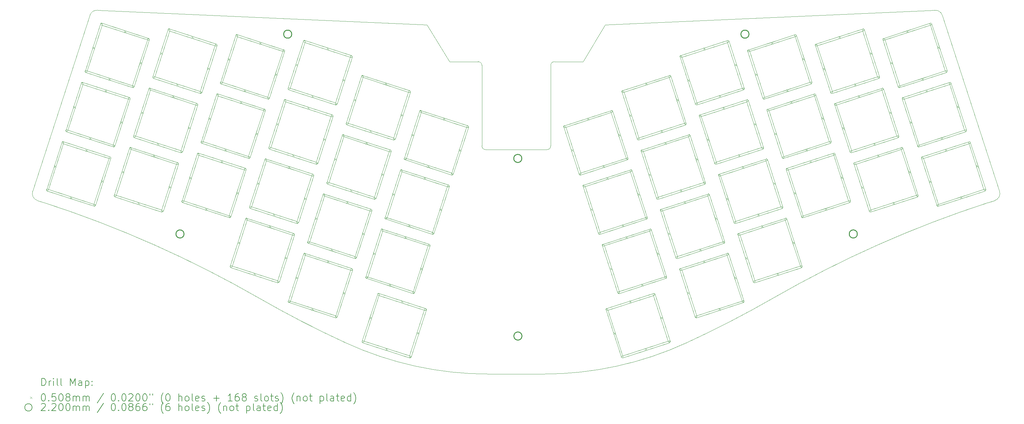
<source format=gbr>
%TF.GenerationSoftware,KiCad,Pcbnew,8.0.4*%
%TF.CreationDate,2024-09-01T14:28:54+07:00*%
%TF.ProjectId,ozprey,6f7a7072-6579-42e6-9b69-6361645f7063,1.0*%
%TF.SameCoordinates,Original*%
%TF.FileFunction,Drillmap*%
%TF.FilePolarity,Positive*%
%FSLAX45Y45*%
G04 Gerber Fmt 4.5, Leading zero omitted, Abs format (unit mm)*
G04 Created by KiCad (PCBNEW 8.0.4) date 2024-09-01 14:28:54*
%MOMM*%
%LPD*%
G01*
G04 APERTURE LIST*
%ADD10C,0.100000*%
%ADD11C,0.200000*%
%ADD12C,0.220000*%
G04 APERTURE END LIST*
D10*
X16601547Y-6287783D02*
X17207140Y-5282085D01*
X12351273Y-5282085D02*
X12971547Y-6287783D01*
X10135061Y-13955196D02*
G75*
G02*
X7772581Y-12733071I12267189J26608116D01*
G01*
X3175623Y-5021967D02*
X1616009Y-9822338D01*
X3175623Y-5021967D02*
G75*
G02*
X3382801Y-4884487I190206J-61789D01*
G01*
X21786510Y-12733071D02*
G75*
G02*
X19424031Y-13955195I-14629880J25386411D01*
G01*
X1744420Y-10074350D02*
X1930327Y-10134752D01*
X27943082Y-9822339D02*
X26383468Y-5021967D01*
X1930327Y-10134752D02*
G75*
G02*
X7772581Y-12733071I-9486547J-29197495D01*
G01*
X21786510Y-12733071D02*
G75*
G02*
X27628764Y-10134753I15328780J-26599139D01*
G01*
X12351273Y-5282085D02*
X3382801Y-4884486D01*
X14028776Y-14809547D02*
G75*
G02*
X10135060Y-13955196I-1J9300001D01*
G01*
X19424031Y-13955195D02*
G75*
G02*
X15530315Y-14809546I-3893711J8445635D01*
G01*
X26176290Y-4884487D02*
G75*
G02*
X26383466Y-5021968I16960J-199283D01*
G01*
X26176290Y-4884487D02*
X17207140Y-5282085D01*
X27628764Y-10134752D02*
X27814671Y-10074349D01*
X1744420Y-10074350D02*
G75*
G02*
X1616005Y-9822337I61810J190220D01*
G01*
X14028776Y-14809547D02*
X15530315Y-14809547D01*
X27943082Y-9822339D02*
G75*
G02*
X27814670Y-10074346I-190202J-61801D01*
G01*
X15721547Y-8587783D02*
G75*
G02*
X15621547Y-8687783I-100000J0D01*
G01*
X15621547Y-8687783D02*
X13947258Y-8687073D01*
X13847258Y-8587073D02*
X13847257Y-6387073D01*
X13747257Y-6287073D02*
G75*
G02*
X13847257Y-6387073I0J-100000D01*
G01*
X13947258Y-8687073D02*
G75*
G02*
X13847258Y-8587073I0J100000D01*
G01*
X15721547Y-6387783D02*
X15721547Y-8587783D01*
X13747257Y-6287073D02*
X12971547Y-6287783D01*
X15721547Y-6387783D02*
G75*
G02*
X15821547Y-6287783I100000J0D01*
G01*
X15821547Y-6287783D02*
X16601547Y-6287783D01*
D11*
D10*
X2200461Y-9117104D02*
X2251261Y-9167904D01*
X2251261Y-9117104D02*
X2200461Y-9167904D01*
X2041554Y-9791936D02*
X2458480Y-8508770D01*
X2410167Y-8493072D02*
G75*
G02*
X2458480Y-8508770I24157J-7849D01*
G01*
X2410167Y-8493072D02*
X1993241Y-9776238D01*
X1993241Y-9776238D02*
G75*
G03*
X2041554Y-9791936I24157J-7849D01*
G01*
X2632292Y-9972409D02*
X2683092Y-10023209D01*
X2683092Y-9972409D02*
X2632292Y-10023209D01*
X2008260Y-9813503D02*
X3291426Y-10230429D01*
X3307124Y-10182115D02*
G75*
G02*
X3291426Y-10230429I-7849J-24157D01*
G01*
X3307124Y-10182115D02*
X2023958Y-9765189D01*
X2023958Y-9765189D02*
G75*
G03*
X2008260Y-9813503I-7849J-24157D01*
G01*
X2725791Y-7500304D02*
X2776591Y-7551104D01*
X2776591Y-7500304D02*
X2725791Y-7551104D01*
X2566885Y-8175136D02*
X2983810Y-6891970D01*
X2935497Y-6876272D02*
G75*
G02*
X2983810Y-6891970I24157J-7849D01*
G01*
X2935496Y-6876272D02*
X2518571Y-8159438D01*
X2518571Y-8159438D02*
G75*
G03*
X2566884Y-8175136I24157J-7849D01*
G01*
X3053513Y-8676024D02*
X3104313Y-8726824D01*
X3104313Y-8676024D02*
X3053513Y-8726824D01*
X2429481Y-8517118D02*
X3712647Y-8934044D01*
X3728345Y-8885730D02*
G75*
G02*
X3712647Y-8934044I-7849J-24157D01*
G01*
X3728345Y-8885730D02*
X2445179Y-8468804D01*
X2445179Y-8468804D02*
G75*
G03*
X2429481Y-8517118I-7849J-24157D01*
G01*
X3157622Y-8355609D02*
X3208422Y-8406409D01*
X3208422Y-8355609D02*
X3157622Y-8406409D01*
X2533590Y-8196703D02*
X3816756Y-8613629D01*
X3832454Y-8565315D02*
G75*
G02*
X3816756Y-8613629I-7849J-24157D01*
G01*
X3832454Y-8565315D02*
X2549288Y-8148389D01*
X2549288Y-8148389D02*
G75*
G03*
X2533590Y-8196703I-7849J-24157D01*
G01*
X3251120Y-5883504D02*
X3301920Y-5934304D01*
X3301920Y-5883504D02*
X3251120Y-5934304D01*
X3092214Y-6558336D02*
X3509140Y-5275170D01*
X3460827Y-5259472D02*
G75*
G02*
X3509140Y-5275170I24157J-7849D01*
G01*
X3460826Y-5259472D02*
X3043901Y-6542638D01*
X3043901Y-6542638D02*
G75*
G03*
X3092214Y-6558336I24157J-7849D01*
G01*
X3485932Y-9529522D02*
X3536732Y-9580322D01*
X3536732Y-9529522D02*
X3485932Y-9580322D01*
X3327026Y-10204354D02*
X3743952Y-8921188D01*
X3695638Y-8905490D02*
G75*
G02*
X3743952Y-8921188I24157J-7849D01*
G01*
X3695638Y-8905490D02*
X3278712Y-10188656D01*
X3278712Y-10188656D02*
G75*
G03*
X3327026Y-10204354I24157J-7849D01*
G01*
X3578843Y-7059224D02*
X3629643Y-7110024D01*
X3629643Y-7059224D02*
X3578843Y-7110024D01*
X2954811Y-6900318D02*
X4237977Y-7317244D01*
X4253675Y-7268930D02*
G75*
G02*
X4237977Y-7317244I-7849J-24157D01*
G01*
X4253675Y-7268930D02*
X2970509Y-6852004D01*
X2970509Y-6852004D02*
G75*
G03*
X2954811Y-6900318I-7849J-24157D01*
G01*
X3682952Y-6738809D02*
X3733752Y-6789609D01*
X3733752Y-6738809D02*
X3682952Y-6789609D01*
X3058920Y-6579903D02*
X4342086Y-6996829D01*
X4357784Y-6948515D02*
G75*
G02*
X4342086Y-6996829I-7849J-24157D01*
G01*
X4357784Y-6948515D02*
X3074618Y-6531589D01*
X3074618Y-6531589D02*
G75*
G03*
X3058920Y-6579903I-7849J-24157D01*
G01*
X4011262Y-7912722D02*
X4062062Y-7963522D01*
X4062062Y-7912722D02*
X4011262Y-7963522D01*
X3852356Y-8587554D02*
X4269282Y-7304388D01*
X4220968Y-7288690D02*
G75*
G02*
X4269282Y-7304388I24157J-7849D01*
G01*
X4220968Y-7288690D02*
X3804042Y-8571856D01*
X3804042Y-8571856D02*
G75*
G03*
X3852356Y-8587554I24157J-7849D01*
G01*
X4042150Y-9273884D02*
X4092950Y-9324684D01*
X4092950Y-9273884D02*
X4042150Y-9324684D01*
X3883244Y-9948716D02*
X4300170Y-8665550D01*
X4251857Y-8649852D02*
G75*
G02*
X4300170Y-8665550I24157J-7849D01*
G01*
X4251857Y-8649852D02*
X3834931Y-9933018D01*
X3834931Y-9933018D02*
G75*
G03*
X3883244Y-9948716I24157J-7849D01*
G01*
X4104173Y-5442424D02*
X4154973Y-5493224D01*
X4154973Y-5442424D02*
X4104173Y-5493224D01*
X3480141Y-5283518D02*
X4763307Y-5700444D01*
X4779005Y-5652130D02*
G75*
G02*
X4763307Y-5700444I-7849J-24157D01*
G01*
X4779005Y-5652130D02*
X3495839Y-5235204D01*
X3495839Y-5235204D02*
G75*
G03*
X3480141Y-5283518I-7849J-24157D01*
G01*
X4473982Y-10129189D02*
X4524782Y-10179989D01*
X4524782Y-10129189D02*
X4473982Y-10179989D01*
X3849950Y-9970283D02*
X5133116Y-10387209D01*
X5148814Y-10338895D02*
G75*
G02*
X5133116Y-10387209I-7849J-24157D01*
G01*
X5148814Y-10338895D02*
X3865648Y-9921969D01*
X3865648Y-9921969D02*
G75*
G03*
X3849950Y-9970283I-7849J-24157D01*
G01*
X4536592Y-6295922D02*
X4587392Y-6346722D01*
X4587392Y-6295922D02*
X4536592Y-6346722D01*
X4377686Y-6970754D02*
X4794612Y-5687588D01*
X4746298Y-5671890D02*
G75*
G02*
X4794612Y-5687588I24157J-7849D01*
G01*
X4746298Y-5671890D02*
X4329372Y-6955055D01*
X4329372Y-6955055D02*
G75*
G03*
X4377686Y-6970753I24157J-7849D01*
G01*
X4567481Y-7657094D02*
X4618281Y-7707894D01*
X4618281Y-7657094D02*
X4567481Y-7707894D01*
X4408575Y-8331926D02*
X4825500Y-7048760D01*
X4777187Y-7033062D02*
G75*
G02*
X4825500Y-7048760I24157J-7849D01*
G01*
X4777187Y-7033062D02*
X4360261Y-8316228D01*
X4360261Y-8316228D02*
G75*
G03*
X4408574Y-8331926I24157J-7849D01*
G01*
X4895203Y-8832804D02*
X4946003Y-8883604D01*
X4946003Y-8832804D02*
X4895203Y-8883604D01*
X4271171Y-8673898D02*
X5554337Y-9090824D01*
X5570035Y-9042510D02*
G75*
G02*
X5554337Y-9090824I-7849J-24157D01*
G01*
X5570035Y-9042510D02*
X4286869Y-8625584D01*
X4286869Y-8625584D02*
G75*
G03*
X4271171Y-8673898I-7849J-24157D01*
G01*
X4999312Y-8512399D02*
X5050112Y-8563199D01*
X5050112Y-8512399D02*
X4999312Y-8563199D01*
X4375280Y-8353493D02*
X5658446Y-8770419D01*
X5674144Y-8722105D02*
G75*
G02*
X5658446Y-8770419I-7849J-24157D01*
G01*
X5674144Y-8722105D02*
X4390978Y-8305179D01*
X4390978Y-8305179D02*
G75*
G03*
X4375280Y-8353493I-7849J-24157D01*
G01*
X5092811Y-6040294D02*
X5143611Y-6091094D01*
X5143611Y-6040294D02*
X5092811Y-6091094D01*
X4933905Y-6715126D02*
X5350830Y-5431960D01*
X5302517Y-5416262D02*
G75*
G02*
X5350830Y-5431960I24157J-7849D01*
G01*
X5302517Y-5416262D02*
X4885591Y-6699428D01*
X4885591Y-6699428D02*
G75*
G03*
X4933904Y-6715126I24157J-7849D01*
G01*
X5327622Y-9686302D02*
X5378422Y-9737102D01*
X5378422Y-9686302D02*
X5327622Y-9737102D01*
X5168716Y-10361134D02*
X5585642Y-9077968D01*
X5537328Y-9062270D02*
G75*
G02*
X5585642Y-9077968I24157J-7849D01*
G01*
X5537328Y-9062270D02*
X5120402Y-10345436D01*
X5120402Y-10345436D02*
G75*
G03*
X5168716Y-10361134I24157J-7849D01*
G01*
X5420533Y-7216014D02*
X5471333Y-7266814D01*
X5471333Y-7216014D02*
X5420533Y-7266814D01*
X4796501Y-7057108D02*
X6079667Y-7474034D01*
X6095365Y-7425720D02*
G75*
G02*
X6079667Y-7474034I-7849J-24157D01*
G01*
X6095365Y-7425720D02*
X4812199Y-7008794D01*
X4812199Y-7008794D02*
G75*
G03*
X4796501Y-7057108I-7849J-24157D01*
G01*
X5524642Y-6895599D02*
X5575442Y-6946399D01*
X5575442Y-6895599D02*
X5524642Y-6946399D01*
X4900610Y-6736693D02*
X6183776Y-7153619D01*
X6199474Y-7105305D02*
G75*
G02*
X6183776Y-7153619I-7849J-24157D01*
G01*
X6199474Y-7105305D02*
X4916308Y-6688379D01*
X4916308Y-6688379D02*
G75*
G03*
X4900610Y-6736693I-7849J-24157D01*
G01*
X5852952Y-8069512D02*
X5903752Y-8120312D01*
X5903752Y-8069512D02*
X5852952Y-8120312D01*
X5694046Y-8744344D02*
X6110972Y-7461178D01*
X6062658Y-7445480D02*
G75*
G02*
X6110972Y-7461178I24157J-7849D01*
G01*
X6062658Y-7445480D02*
X5645732Y-8728646D01*
X5645732Y-8728646D02*
G75*
G03*
X5694046Y-8744344I24157J-7849D01*
G01*
X5883840Y-9430674D02*
X5934640Y-9481474D01*
X5934640Y-9430674D02*
X5883840Y-9481474D01*
X5724934Y-10105506D02*
X6141860Y-8822340D01*
X6093547Y-8806642D02*
G75*
G02*
X6141860Y-8822340I24157J-7849D01*
G01*
X6093546Y-8806642D02*
X5676621Y-10089808D01*
X5676621Y-10089808D02*
G75*
G03*
X5724934Y-10105506I24157J-7849D01*
G01*
X5945863Y-5599214D02*
X5996663Y-5650014D01*
X5996663Y-5599214D02*
X5945863Y-5650014D01*
X5321831Y-5440308D02*
X6604997Y-5857234D01*
X6620695Y-5808920D02*
G75*
G02*
X6604997Y-5857234I-7849J-24157D01*
G01*
X6620695Y-5808920D02*
X5337529Y-5391994D01*
X5337529Y-5391994D02*
G75*
G03*
X5321831Y-5440308I-7849J-24157D01*
G01*
X6315672Y-10285979D02*
X6366472Y-10336779D01*
X6366472Y-10285979D02*
X6315672Y-10336779D01*
X5691640Y-10127073D02*
X6974806Y-10543999D01*
X6990504Y-10495685D02*
G75*
G02*
X6974806Y-10543999I-7849J-24157D01*
G01*
X6990504Y-10495685D02*
X5707338Y-10078759D01*
X5707338Y-10078759D02*
G75*
G03*
X5691640Y-10127073I-7849J-24157D01*
G01*
X6378282Y-6452712D02*
X6429082Y-6503512D01*
X6429082Y-6452712D02*
X6378282Y-6503512D01*
X6219376Y-7127544D02*
X6636302Y-5844378D01*
X6587988Y-5828680D02*
G75*
G02*
X6636302Y-5844378I24157J-7849D01*
G01*
X6587988Y-5828680D02*
X6171062Y-7111845D01*
X6171062Y-7111845D02*
G75*
G03*
X6219376Y-7127543I24157J-7849D01*
G01*
X6409170Y-7813874D02*
X6459970Y-7864674D01*
X6459970Y-7813874D02*
X6409170Y-7864674D01*
X6250264Y-8488706D02*
X6667190Y-7205540D01*
X6618877Y-7189842D02*
G75*
G02*
X6667190Y-7205540I24157J-7849D01*
G01*
X6618876Y-7189842D02*
X6201951Y-8473008D01*
X6201951Y-8473008D02*
G75*
G03*
X6250264Y-8488706I24157J-7849D01*
G01*
X6736893Y-8989594D02*
X6787693Y-9040394D01*
X6787693Y-8989594D02*
X6736893Y-9040394D01*
X6112861Y-8830688D02*
X7396027Y-9247614D01*
X7411725Y-9199300D02*
G75*
G02*
X7396027Y-9247614I-7849J-24157D01*
G01*
X7411725Y-9199300D02*
X6128559Y-8782374D01*
X6128559Y-8782374D02*
G75*
G03*
X6112861Y-8830688I-7849J-24157D01*
G01*
X6841002Y-8669179D02*
X6891802Y-8719979D01*
X6891802Y-8669179D02*
X6841002Y-8719979D01*
X6216970Y-8510273D02*
X7500136Y-8927199D01*
X7515834Y-8878885D02*
G75*
G02*
X7500136Y-8927199I-7849J-24157D01*
G01*
X7515834Y-8878885D02*
X6232668Y-8461959D01*
X6232668Y-8461959D02*
G75*
G03*
X6216970Y-8510273I-7849J-24157D01*
G01*
X6934500Y-6197084D02*
X6985300Y-6247884D01*
X6985300Y-6197084D02*
X6934500Y-6247884D01*
X6775594Y-6871916D02*
X7192520Y-5588750D01*
X7144207Y-5573052D02*
G75*
G02*
X7192520Y-5588750I24157J-7849D01*
G01*
X7144206Y-5573052D02*
X6727281Y-6856218D01*
X6727281Y-6856218D02*
G75*
G03*
X6775594Y-6871916I24157J-7849D01*
G01*
X7169312Y-9843092D02*
X7220112Y-9893892D01*
X7220112Y-9843092D02*
X7169312Y-9893892D01*
X7010406Y-10517924D02*
X7427332Y-9234758D01*
X7379018Y-9219060D02*
G75*
G02*
X7427332Y-9234758I24157J-7849D01*
G01*
X7379018Y-9219060D02*
X6962092Y-10502226D01*
X6962092Y-10502226D02*
G75*
G03*
X7010406Y-10517924I24157J-7849D01*
G01*
X7200200Y-11204254D02*
X7251000Y-11255054D01*
X7251000Y-11204254D02*
X7200200Y-11255054D01*
X7041294Y-11879086D02*
X7458220Y-10595920D01*
X7409907Y-10580222D02*
G75*
G02*
X7458220Y-10595920I24157J-7849D01*
G01*
X7409906Y-10580222D02*
X6992981Y-11863388D01*
X6992981Y-11863388D02*
G75*
G03*
X7041294Y-11879086I24157J-7849D01*
G01*
X7262223Y-7372794D02*
X7313023Y-7423594D01*
X7313023Y-7372794D02*
X7262223Y-7423594D01*
X6638191Y-7213888D02*
X7921357Y-7630814D01*
X7937055Y-7582500D02*
G75*
G02*
X7921357Y-7630814I-7849J-24157D01*
G01*
X7937055Y-7582500D02*
X6653889Y-7165574D01*
X6653889Y-7165574D02*
G75*
G03*
X6638191Y-7213888I-7849J-24157D01*
G01*
X7366332Y-7052389D02*
X7417132Y-7103189D01*
X7417132Y-7052389D02*
X7366332Y-7103189D01*
X6742300Y-6893483D02*
X8025466Y-7310409D01*
X8041164Y-7262095D02*
G75*
G02*
X8025466Y-7310409I-7849J-24157D01*
G01*
X8041164Y-7262095D02*
X6757998Y-6845169D01*
X6757998Y-6845169D02*
G75*
G03*
X6742300Y-6893483I-7849J-24157D01*
G01*
X7632032Y-12059559D02*
X7682832Y-12110359D01*
X7682832Y-12059559D02*
X7632032Y-12110359D01*
X7008000Y-11900653D02*
X8291166Y-12317579D01*
X8306864Y-12269265D02*
G75*
G02*
X8291166Y-12317579I-7849J-24157D01*
G01*
X8306864Y-12269265D02*
X7023698Y-11852339D01*
X7023698Y-11852339D02*
G75*
G03*
X7008000Y-11900653I-7849J-24157D01*
G01*
X7694642Y-8226292D02*
X7745442Y-8277092D01*
X7745442Y-8226292D02*
X7694642Y-8277092D01*
X7535736Y-8901124D02*
X7952662Y-7617958D01*
X7904348Y-7602260D02*
G75*
G02*
X7952662Y-7617958I24157J-7849D01*
G01*
X7904348Y-7602260D02*
X7487422Y-8885426D01*
X7487422Y-8885426D02*
G75*
G03*
X7535736Y-8901124I24157J-7849D01*
G01*
X7725530Y-9587464D02*
X7776330Y-9638264D01*
X7776330Y-9587464D02*
X7725530Y-9638264D01*
X7566624Y-10262296D02*
X7983550Y-8979130D01*
X7935237Y-8963432D02*
G75*
G02*
X7983550Y-8979130I24157J-7849D01*
G01*
X7935236Y-8963432D02*
X7518311Y-10246598D01*
X7518311Y-10246598D02*
G75*
G03*
X7566624Y-10262296I24157J-7849D01*
G01*
X7787553Y-5756004D02*
X7838353Y-5806804D01*
X7838353Y-5756004D02*
X7787553Y-5806804D01*
X7163521Y-5597098D02*
X8446687Y-6014024D01*
X8462385Y-5965710D02*
G75*
G02*
X8446687Y-6014024I-7849J-24157D01*
G01*
X8462385Y-5965710D02*
X7179219Y-5548784D01*
X7179219Y-5548784D02*
G75*
G03*
X7163521Y-5597098I-7849J-24157D01*
G01*
X8053253Y-10763174D02*
X8104053Y-10813974D01*
X8104053Y-10763174D02*
X8053253Y-10813974D01*
X7429221Y-10604268D02*
X8712387Y-11021194D01*
X8728085Y-10972880D02*
G75*
G02*
X8712387Y-11021194I-7849J-24157D01*
G01*
X8728085Y-10972880D02*
X7444919Y-10555954D01*
X7444919Y-10555954D02*
G75*
G03*
X7429221Y-10604268I-7849J-24157D01*
G01*
X8157362Y-10442769D02*
X8208162Y-10493569D01*
X8208162Y-10442769D02*
X8157362Y-10493569D01*
X7533330Y-10283863D02*
X8816496Y-10700789D01*
X8832194Y-10652475D02*
G75*
G02*
X8816496Y-10700789I-7849J-24157D01*
G01*
X8832194Y-10652475D02*
X7549028Y-10235549D01*
X7549028Y-10235549D02*
G75*
G03*
X7533330Y-10283863I-7849J-24157D01*
G01*
X8219972Y-6609502D02*
X8270772Y-6660302D01*
X8270772Y-6609502D02*
X8219972Y-6660302D01*
X8061066Y-7284334D02*
X8477992Y-6001168D01*
X8429678Y-5985470D02*
G75*
G02*
X8477992Y-6001168I24157J-7849D01*
G01*
X8429678Y-5985470D02*
X8012752Y-7268635D01*
X8012752Y-7268635D02*
G75*
G03*
X8061066Y-7284333I24157J-7849D01*
G01*
X8250860Y-7970664D02*
X8301660Y-8021464D01*
X8301660Y-7970664D02*
X8250860Y-8021464D01*
X8091954Y-8645496D02*
X8508880Y-7362330D01*
X8460567Y-7346632D02*
G75*
G02*
X8508880Y-7362330I24157J-7849D01*
G01*
X8460567Y-7346632D02*
X8043641Y-8629798D01*
X8043641Y-8629798D02*
G75*
G03*
X8091954Y-8645496I24157J-7849D01*
G01*
X8485672Y-11616672D02*
X8536472Y-11667472D01*
X8536472Y-11616672D02*
X8485672Y-11667472D01*
X8326766Y-12291504D02*
X8743692Y-11008338D01*
X8695378Y-10992640D02*
G75*
G02*
X8743692Y-11008338I24157J-7849D01*
G01*
X8695378Y-10992640D02*
X8278452Y-12275805D01*
X8278452Y-12275805D02*
G75*
G03*
X8326766Y-12291503I24157J-7849D01*
G01*
X8578583Y-9146384D02*
X8629383Y-9197184D01*
X8629383Y-9146384D02*
X8578583Y-9197184D01*
X7954551Y-8987478D02*
X9237717Y-9404404D01*
X9253415Y-9356090D02*
G75*
G02*
X9237717Y-9404404I-7849J-24157D01*
G01*
X9253415Y-9356090D02*
X7970249Y-8939164D01*
X7970249Y-8939164D02*
G75*
G03*
X7954551Y-8987478I-7849J-24157D01*
G01*
X8682692Y-8825969D02*
X8733492Y-8876769D01*
X8733492Y-8825969D02*
X8682692Y-8876769D01*
X8058660Y-8667063D02*
X9341826Y-9083989D01*
X9357524Y-9035675D02*
G75*
G02*
X9341826Y-9083989I-7849J-24157D01*
G01*
X9357524Y-9035675D02*
X8074358Y-8618749D01*
X8074358Y-8618749D02*
G75*
G03*
X8058660Y-8667063I-7849J-24157D01*
G01*
X8776191Y-6353874D02*
X8826991Y-6404674D01*
X8826991Y-6353874D02*
X8776191Y-6404674D01*
X8617285Y-7028706D02*
X9034210Y-5745540D01*
X8985897Y-5729842D02*
G75*
G02*
X9034210Y-5745540I24157J-7849D01*
G01*
X8985897Y-5729842D02*
X8568971Y-7013008D01*
X8568971Y-7013008D02*
G75*
G03*
X8617284Y-7028706I24157J-7849D01*
G01*
X8782321Y-12159934D02*
X8833121Y-12210734D01*
X8833121Y-12159934D02*
X8782321Y-12210734D01*
X8623415Y-12834766D02*
X9040340Y-11551600D01*
X8992027Y-11535902D02*
G75*
G02*
X9040340Y-11551600I24157J-7849D01*
G01*
X8992027Y-11535902D02*
X8575101Y-12819068D01*
X8575101Y-12819068D02*
G75*
G03*
X8623414Y-12834766I24157J-7849D01*
G01*
X9011002Y-9999882D02*
X9061802Y-10050682D01*
X9061802Y-9999882D02*
X9011002Y-10050682D01*
X8852096Y-10674714D02*
X9269022Y-9391548D01*
X9220708Y-9375850D02*
G75*
G02*
X9269022Y-9391548I24157J-7849D01*
G01*
X9220708Y-9375850D02*
X8803782Y-10659016D01*
X8803782Y-10659016D02*
G75*
G03*
X8852096Y-10674714I24157J-7849D01*
G01*
X9103913Y-7529584D02*
X9154713Y-7580384D01*
X9154713Y-7529584D02*
X9103913Y-7580384D01*
X8479881Y-7370678D02*
X9763047Y-7787604D01*
X9778745Y-7739290D02*
G75*
G02*
X9763047Y-7787604I-7849J-24157D01*
G01*
X9778745Y-7739290D02*
X8495579Y-7322364D01*
X8495579Y-7322364D02*
G75*
G03*
X8479881Y-7370678I-7849J-24157D01*
G01*
X9208022Y-7209179D02*
X9258822Y-7259979D01*
X9258822Y-7209179D02*
X9208022Y-7259979D01*
X8583990Y-7050273D02*
X9867156Y-7467199D01*
X9882854Y-7418885D02*
G75*
G02*
X9867156Y-7467199I-7849J-24157D01*
G01*
X9882854Y-7418885D02*
X8599688Y-7001959D01*
X8599688Y-7001959D02*
G75*
G03*
X8583990Y-7050273I-7849J-24157D01*
G01*
X9214152Y-13015239D02*
X9264952Y-13066039D01*
X9264952Y-13015239D02*
X9214152Y-13066039D01*
X8590120Y-12856333D02*
X9873286Y-13273259D01*
X9888984Y-13224945D02*
G75*
G02*
X9873286Y-13273259I-7849J-24157D01*
G01*
X9888984Y-13224945D02*
X8605818Y-12808019D01*
X8605818Y-12808019D02*
G75*
G03*
X8590120Y-12856333I-7849J-24157D01*
G01*
X9307641Y-10543134D02*
X9358441Y-10593934D01*
X9358441Y-10543134D02*
X9307641Y-10593934D01*
X9148735Y-11217966D02*
X9565660Y-9934800D01*
X9517347Y-9919102D02*
G75*
G02*
X9565660Y-9934800I24157J-7849D01*
G01*
X9517347Y-9919102D02*
X9100421Y-11202268D01*
X9100421Y-11202268D02*
G75*
G03*
X9148734Y-11217966I24157J-7849D01*
G01*
X9536332Y-8383082D02*
X9587132Y-8433882D01*
X9587132Y-8383082D02*
X9536332Y-8433882D01*
X9377426Y-9057914D02*
X9794352Y-7774748D01*
X9746038Y-7759050D02*
G75*
G02*
X9794352Y-7774748I24157J-7849D01*
G01*
X9746038Y-7759050D02*
X9329112Y-9042216D01*
X9329112Y-9042216D02*
G75*
G03*
X9377426Y-9057914I24157J-7849D01*
G01*
X9629243Y-5912794D02*
X9680043Y-5963594D01*
X9680043Y-5912794D02*
X9629243Y-5963594D01*
X9005211Y-5753888D02*
X10288377Y-6170814D01*
X10304075Y-6122500D02*
G75*
G02*
X10288377Y-6170814I-7849J-24157D01*
G01*
X10304075Y-6122500D02*
X9020909Y-5705574D01*
X9020909Y-5705574D02*
G75*
G03*
X9005211Y-5753888I-7849J-24157D01*
G01*
X9635373Y-11718854D02*
X9686173Y-11769654D01*
X9686173Y-11718854D02*
X9635373Y-11769654D01*
X9011341Y-11559948D02*
X10294507Y-11976874D01*
X10310205Y-11928560D02*
G75*
G02*
X10294507Y-11976874I-7849J-24157D01*
G01*
X10310205Y-11928560D02*
X9027039Y-11511634D01*
X9027039Y-11511634D02*
G75*
G03*
X9011341Y-11559948I-7849J-24157D01*
G01*
X9739472Y-11398439D02*
X9790272Y-11449239D01*
X9790272Y-11398439D02*
X9739472Y-11449239D01*
X9115440Y-11239533D02*
X10398606Y-11656459D01*
X10414304Y-11608145D02*
G75*
G02*
X10398606Y-11656459I-7849J-24157D01*
G01*
X10414304Y-11608145D02*
X9131138Y-11191219D01*
X9131138Y-11191219D02*
G75*
G03*
X9115440Y-11239533I-7849J-24157D01*
G01*
X9832971Y-8926344D02*
X9883771Y-8977144D01*
X9883771Y-8926344D02*
X9832971Y-8977144D01*
X9674065Y-9601176D02*
X10090990Y-8318010D01*
X10042677Y-8302312D02*
G75*
G02*
X10090990Y-8318010I24157J-7849D01*
G01*
X10042677Y-8302312D02*
X9625751Y-9585478D01*
X9625751Y-9585478D02*
G75*
G03*
X9674064Y-9601176I24157J-7849D01*
G01*
X10061662Y-6766292D02*
X10112462Y-6817092D01*
X10112462Y-6766292D02*
X10061662Y-6817092D01*
X9902756Y-7441124D02*
X10319682Y-6157958D01*
X10271368Y-6142260D02*
G75*
G02*
X10319682Y-6157958I24157J-7849D01*
G01*
X10271368Y-6142260D02*
X9854442Y-7425425D01*
X9854442Y-7425425D02*
G75*
G03*
X9902756Y-7441123I24157J-7849D01*
G01*
X10067792Y-12572352D02*
X10118592Y-12623152D01*
X10118592Y-12572352D02*
X10067792Y-12623152D01*
X9908886Y-13247184D02*
X10325812Y-11964018D01*
X10277498Y-11948320D02*
G75*
G02*
X10325812Y-11964018I24157J-7849D01*
G01*
X10277498Y-11948320D02*
X9860572Y-13231485D01*
X9860572Y-13231485D02*
G75*
G03*
X9908886Y-13247183I24157J-7849D01*
G01*
X10160693Y-10102054D02*
X10211493Y-10152854D01*
X10211493Y-10102054D02*
X10160693Y-10152854D01*
X9536661Y-9943148D02*
X10819827Y-10360074D01*
X10835525Y-10311760D02*
G75*
G02*
X10819827Y-10360074I-7849J-24157D01*
G01*
X10835525Y-10311760D02*
X9552359Y-9894834D01*
X9552359Y-9894834D02*
G75*
G03*
X9536661Y-9943148I-7849J-24157D01*
G01*
X10264802Y-9781649D02*
X10315602Y-9832449D01*
X10315602Y-9781649D02*
X10264802Y-9832449D01*
X9640770Y-9622743D02*
X10923936Y-10039669D01*
X10939634Y-9991355D02*
G75*
G02*
X10923936Y-10039669I-7849J-24157D01*
G01*
X10939634Y-9991355D02*
X9656468Y-9574429D01*
X9656468Y-9574429D02*
G75*
G03*
X9640770Y-9622743I-7849J-24157D01*
G01*
X10358301Y-7309544D02*
X10409101Y-7360344D01*
X10409101Y-7309544D02*
X10358301Y-7360344D01*
X10199395Y-7984376D02*
X10616320Y-6701210D01*
X10568007Y-6685512D02*
G75*
G02*
X10616320Y-6701210I24157J-7849D01*
G01*
X10568007Y-6685512D02*
X10151081Y-7968678D01*
X10151081Y-7968678D02*
G75*
G03*
X10199394Y-7984376I24157J-7849D01*
G01*
X10593112Y-10955552D02*
X10643912Y-11006352D01*
X10643912Y-10955552D02*
X10593112Y-11006352D01*
X10434206Y-11630384D02*
X10851132Y-10347218D01*
X10802818Y-10331520D02*
G75*
G02*
X10851132Y-10347218I24157J-7849D01*
G01*
X10802818Y-10331520D02*
X10385892Y-11614685D01*
X10385892Y-11614685D02*
G75*
G03*
X10434206Y-11630383I24157J-7849D01*
G01*
X10686023Y-8485264D02*
X10736823Y-8536064D01*
X10736823Y-8485264D02*
X10686023Y-8536064D01*
X10061991Y-8326358D02*
X11345157Y-8743284D01*
X11360855Y-8694970D02*
G75*
G02*
X11345157Y-8743284I-7849J-24157D01*
G01*
X11360855Y-8694970D02*
X10077689Y-8278044D01*
X10077689Y-8278044D02*
G75*
G03*
X10061991Y-8326358I-7849J-24157D01*
G01*
X10790132Y-8164849D02*
X10840932Y-8215649D01*
X10840932Y-8164849D02*
X10790132Y-8215649D01*
X10166100Y-8005943D02*
X11449266Y-8422869D01*
X11464964Y-8374555D02*
G75*
G02*
X11449266Y-8422869I-7849J-24157D01*
G01*
X11464964Y-8374555D02*
X10181798Y-7957629D01*
X10181798Y-7957629D02*
G75*
G03*
X10166100Y-8005943I-7849J-24157D01*
G01*
X10792411Y-13254664D02*
X10843211Y-13305464D01*
X10843211Y-13254664D02*
X10792411Y-13305464D01*
X10633505Y-13929496D02*
X11050430Y-12646330D01*
X11002117Y-12630632D02*
G75*
G02*
X11050430Y-12646330I24157J-7849D01*
G01*
X11002117Y-12630632D02*
X10585191Y-13913798D01*
X10585191Y-13913798D02*
G75*
G03*
X10633504Y-13929496I24157J-7849D01*
G01*
X10889761Y-11498814D02*
X10940561Y-11549614D01*
X10940561Y-11498814D02*
X10889761Y-11549614D01*
X10730855Y-12173646D02*
X11147780Y-10890480D01*
X11099467Y-10874782D02*
G75*
G02*
X11147780Y-10890480I24157J-7849D01*
G01*
X11099467Y-10874782D02*
X10682541Y-12157948D01*
X10682541Y-12157948D02*
G75*
G03*
X10730854Y-12173646I24157J-7849D01*
G01*
X11118442Y-9338762D02*
X11169242Y-9389562D01*
X11169242Y-9338762D02*
X11118442Y-9389562D01*
X10959536Y-10013594D02*
X11376462Y-8730428D01*
X11328148Y-8714730D02*
G75*
G02*
X11376462Y-8730428I24157J-7849D01*
G01*
X11328148Y-8714730D02*
X10911222Y-9997896D01*
X10911222Y-9997896D02*
G75*
G03*
X10959536Y-10013594I24157J-7849D01*
G01*
X11211353Y-6868464D02*
X11262153Y-6919264D01*
X11262153Y-6868464D02*
X11211353Y-6919264D01*
X10587321Y-6709558D02*
X11870487Y-7126484D01*
X11886185Y-7078170D02*
G75*
G02*
X11870487Y-7126484I-7849J-24157D01*
G01*
X11886185Y-7078170D02*
X10603019Y-6661244D01*
X10603019Y-6661244D02*
G75*
G03*
X10587321Y-6709558I-7849J-24157D01*
G01*
X11224242Y-14109969D02*
X11275042Y-14160769D01*
X11275042Y-14109969D02*
X11224242Y-14160769D01*
X10600210Y-13951063D02*
X11883376Y-14367989D01*
X11899074Y-14319675D02*
G75*
G02*
X11883376Y-14367989I-7849J-24157D01*
G01*
X11899074Y-14319675D02*
X10615908Y-13902749D01*
X10615908Y-13902749D02*
G75*
G03*
X10600210Y-13951063I-7849J-24157D01*
G01*
X11321592Y-12354119D02*
X11372392Y-12404919D01*
X11372392Y-12354119D02*
X11321592Y-12404919D01*
X10697560Y-12195213D02*
X11980726Y-12612139D01*
X11996424Y-12563825D02*
G75*
G02*
X11980726Y-12612139I-7849J-24157D01*
G01*
X11996424Y-12563825D02*
X10713258Y-12146899D01*
X10713258Y-12146899D02*
G75*
G03*
X10697560Y-12195213I-7849J-24157D01*
G01*
X11415090Y-9882014D02*
X11465890Y-9932814D01*
X11465890Y-9882014D02*
X11415090Y-9932814D01*
X11256184Y-10556846D02*
X11673110Y-9273680D01*
X11624797Y-9257982D02*
G75*
G02*
X11673110Y-9273680I24157J-7849D01*
G01*
X11624796Y-9257982D02*
X11207871Y-10541148D01*
X11207871Y-10541148D02*
G75*
G03*
X11256184Y-10556846I24157J-7849D01*
G01*
X11643772Y-7721962D02*
X11694572Y-7772762D01*
X11694572Y-7721962D02*
X11643772Y-7772762D01*
X11484866Y-8396794D02*
X11901792Y-7113628D01*
X11853478Y-7097930D02*
G75*
G02*
X11901792Y-7113628I24157J-7849D01*
G01*
X11853478Y-7097930D02*
X11436552Y-8381095D01*
X11436552Y-8381095D02*
G75*
G03*
X11484866Y-8396794I24157J-7849D01*
G01*
X11645463Y-12813584D02*
X11696263Y-12864384D01*
X11696263Y-12813584D02*
X11645463Y-12864384D01*
X11021431Y-12654678D02*
X12304597Y-13071604D01*
X12320295Y-13023290D02*
G75*
G02*
X12304597Y-13071604I-7849J-24157D01*
G01*
X12320295Y-13023290D02*
X11037129Y-12606364D01*
X11037129Y-12606364D02*
G75*
G03*
X11021431Y-12654678I-7849J-24157D01*
G01*
X11742813Y-11057734D02*
X11793613Y-11108534D01*
X11793613Y-11057734D02*
X11742813Y-11108534D01*
X11118781Y-10898828D02*
X12401947Y-11315754D01*
X12417645Y-11267440D02*
G75*
G02*
X12401947Y-11315754I-7849J-24157D01*
G01*
X12417645Y-11267440D02*
X11134479Y-10850514D01*
X11134479Y-10850514D02*
G75*
G03*
X11118781Y-10898828I-7849J-24157D01*
G01*
X11846922Y-10737319D02*
X11897722Y-10788119D01*
X11897722Y-10737319D02*
X11846922Y-10788119D01*
X11222890Y-10578413D02*
X12506056Y-10995339D01*
X12521754Y-10947025D02*
G75*
G02*
X12506056Y-10995339I-7849J-24157D01*
G01*
X12521754Y-10947025D02*
X11238588Y-10530099D01*
X11238588Y-10530099D02*
G75*
G03*
X11222890Y-10578413I-7849J-24157D01*
G01*
X11940420Y-8265214D02*
X11991220Y-8316014D01*
X11991220Y-8265214D02*
X11940420Y-8316014D01*
X11781514Y-8940046D02*
X12198440Y-7656880D01*
X12150127Y-7641182D02*
G75*
G02*
X12198440Y-7656880I24157J-7849D01*
G01*
X12150126Y-7641182D02*
X11733201Y-8924348D01*
X11733201Y-8924348D02*
G75*
G03*
X11781514Y-8940046I24157J-7849D01*
G01*
X12077882Y-13667082D02*
X12128682Y-13717882D01*
X12128682Y-13667082D02*
X12077882Y-13717882D01*
X11918976Y-14341914D02*
X12335902Y-13058748D01*
X12287588Y-13043050D02*
G75*
G02*
X12335902Y-13058748I24157J-7849D01*
G01*
X12287588Y-13043050D02*
X11870662Y-14326215D01*
X11870662Y-14326215D02*
G75*
G03*
X11918976Y-14341913I24157J-7849D01*
G01*
X12175232Y-11911232D02*
X12226032Y-11962032D01*
X12226032Y-11911232D02*
X12175232Y-11962032D01*
X12016326Y-12586064D02*
X12433252Y-11302898D01*
X12384938Y-11287200D02*
G75*
G02*
X12433252Y-11302898I24157J-7849D01*
G01*
X12384938Y-11287200D02*
X11968012Y-12570365D01*
X11968012Y-12570365D02*
G75*
G03*
X12016326Y-12586063I24157J-7849D01*
G01*
X12268143Y-9440934D02*
X12318943Y-9491734D01*
X12318943Y-9440934D02*
X12268143Y-9491734D01*
X11644111Y-9282028D02*
X12927277Y-9698954D01*
X12942975Y-9650640D02*
G75*
G02*
X12927277Y-9698954I-7849J-24157D01*
G01*
X12942975Y-9650640D02*
X11659809Y-9233714D01*
X11659809Y-9233714D02*
G75*
G03*
X11644111Y-9282028I-7849J-24157D01*
G01*
X12372252Y-9120519D02*
X12423052Y-9171319D01*
X12423052Y-9120519D02*
X12372252Y-9171319D01*
X11748220Y-8961613D02*
X13031386Y-9378539D01*
X13047084Y-9330225D02*
G75*
G02*
X13031386Y-9378539I-7849J-24157D01*
G01*
X13047084Y-9330225D02*
X11763918Y-8913299D01*
X11763918Y-8913299D02*
G75*
G03*
X11748220Y-8961613I-7849J-24157D01*
G01*
X12700562Y-10294432D02*
X12751362Y-10345232D01*
X12751362Y-10294432D02*
X12700562Y-10345232D01*
X12541656Y-10969264D02*
X12958582Y-9686098D01*
X12910268Y-9670400D02*
G75*
G02*
X12958582Y-9686098I24157J-7849D01*
G01*
X12910268Y-9670400D02*
X12493342Y-10953566D01*
X12493342Y-10953566D02*
G75*
G03*
X12541656Y-10969264I24157J-7849D01*
G01*
X12793473Y-7824134D02*
X12844273Y-7874934D01*
X12844273Y-7824134D02*
X12793473Y-7874934D01*
X12169441Y-7665228D02*
X13452607Y-8082154D01*
X13468305Y-8033840D02*
G75*
G02*
X13452607Y-8082154I-7849J-24157D01*
G01*
X13468305Y-8033840D02*
X12185139Y-7616914D01*
X12185139Y-7616914D02*
G75*
G03*
X12169441Y-7665228I-7849J-24157D01*
G01*
X13225892Y-8677632D02*
X13276692Y-8728432D01*
X13276692Y-8677632D02*
X13225892Y-8728432D01*
X13066986Y-9352464D02*
X13483912Y-8069298D01*
X13435598Y-8053600D02*
G75*
G02*
X13483912Y-8069298I24157J-7849D01*
G01*
X13435598Y-8053600D02*
X13018672Y-9336766D01*
X13018672Y-9336766D02*
G75*
G03*
X13066986Y-9352464I24157J-7849D01*
G01*
X16283961Y-8682387D02*
X16334761Y-8733187D01*
X16334761Y-8682387D02*
X16283961Y-8733187D01*
X16541980Y-9341521D02*
X16125055Y-8058355D01*
X16076741Y-8074053D02*
G75*
G02*
X16125055Y-8058355I24157J7849D01*
G01*
X16076741Y-8074053D02*
X16493667Y-9357219D01*
X16493667Y-9357219D02*
G75*
G03*
X16541980Y-9341521I24157J7849D01*
G01*
X16714834Y-7824134D02*
X16765634Y-7874934D01*
X16765634Y-7824134D02*
X16714834Y-7874934D01*
X16106501Y-8082154D02*
X17389666Y-7665228D01*
X17373968Y-7616914D02*
G75*
G02*
X17389666Y-7665228I7849J-24157D01*
G01*
X17373968Y-7616914D02*
X16090803Y-8033840D01*
X16090803Y-8033840D02*
G75*
G03*
X16106501Y-8082154I7849J-24157D01*
G01*
X16809291Y-10299187D02*
X16860091Y-10349987D01*
X16860091Y-10299187D02*
X16809291Y-10349987D01*
X17067311Y-10958321D02*
X16650385Y-9675155D01*
X16602071Y-9690853D02*
G75*
G02*
X16650385Y-9675155I24157J7849D01*
G01*
X16602071Y-9690853D02*
X17018997Y-10974019D01*
X17018997Y-10974019D02*
G75*
G03*
X17067311Y-10958321I24157J7849D01*
G01*
X17136056Y-9120519D02*
X17186856Y-9171319D01*
X17186856Y-9120519D02*
X17136056Y-9171319D01*
X16527722Y-9378539D02*
X17810887Y-8961613D01*
X17795189Y-8913299D02*
G75*
G02*
X17810887Y-8961613I7849J-24157D01*
G01*
X17795189Y-8913299D02*
X16512024Y-9330225D01*
X16512024Y-9330225D02*
G75*
G03*
X16527722Y-9378539I7849J-24157D01*
G01*
X17240165Y-9440934D02*
X17290965Y-9491734D01*
X17290965Y-9440934D02*
X17240165Y-9491734D01*
X16631831Y-9698954D02*
X17914996Y-9282028D01*
X17899298Y-9233714D02*
G75*
G02*
X17914996Y-9282028I7849J-24157D01*
G01*
X17899298Y-9233714D02*
X16616133Y-9650640D01*
X16616133Y-9650640D02*
G75*
G03*
X16631831Y-9698954I7849J-24157D01*
G01*
X17334621Y-11915987D02*
X17385421Y-11966787D01*
X17385421Y-11915987D02*
X17334621Y-11966787D01*
X17592641Y-12575121D02*
X17175715Y-11291955D01*
X17127401Y-11307653D02*
G75*
G02*
X17175715Y-11291955I24157J7849D01*
G01*
X17127401Y-11307653D02*
X17544327Y-12590819D01*
X17544327Y-12590819D02*
G75*
G03*
X17592641Y-12575121I24157J7849D01*
G01*
X17431971Y-13671837D02*
X17482771Y-13722637D01*
X17482771Y-13671837D02*
X17431971Y-13722637D01*
X17689991Y-14330971D02*
X17273065Y-13047805D01*
X17224751Y-13063503D02*
G75*
G02*
X17273065Y-13047805I24157J7849D01*
G01*
X17224751Y-13063503D02*
X17641677Y-14346669D01*
X17641677Y-14346669D02*
G75*
G03*
X17689991Y-14330971I24157J7849D01*
G01*
X17566342Y-8260459D02*
X17617142Y-8311259D01*
X17617142Y-8260459D02*
X17566342Y-8311259D01*
X17824362Y-8919593D02*
X17407436Y-7636427D01*
X17359122Y-7652125D02*
G75*
G02*
X17407436Y-7636427I24157J7849D01*
G01*
X17359122Y-7652125D02*
X17776048Y-8935291D01*
X17776048Y-8935291D02*
G75*
G03*
X17824362Y-8919593I24157J7849D01*
G01*
X17661386Y-10737319D02*
X17712186Y-10788119D01*
X17712186Y-10737319D02*
X17661386Y-10788119D01*
X17053052Y-10995339D02*
X18336217Y-10578413D01*
X18320519Y-10530099D02*
G75*
G02*
X18336217Y-10578413I7849J-24157D01*
G01*
X18320519Y-10530099D02*
X17037354Y-10947025D01*
X17037354Y-10947025D02*
G75*
G03*
X17053052Y-10995339I7849J-24157D01*
G01*
X17765495Y-11057734D02*
X17816295Y-11108534D01*
X17816295Y-11057734D02*
X17765495Y-11108534D01*
X17157161Y-11315754D02*
X18440326Y-10898828D01*
X18424628Y-10850514D02*
G75*
G02*
X18440326Y-10898828I7849J-24157D01*
G01*
X18424628Y-10850514D02*
X17141463Y-11267440D01*
X17141463Y-11267440D02*
G75*
G03*
X17157161Y-11315754I7849J-24157D01*
G01*
X17862845Y-12813584D02*
X17913645Y-12864384D01*
X17913645Y-12813584D02*
X17862845Y-12864384D01*
X17254511Y-13071604D02*
X18537676Y-12654678D01*
X18521978Y-12606364D02*
G75*
G02*
X18537676Y-12654678I7849J-24157D01*
G01*
X18521978Y-12606364D02*
X17238813Y-13023290D01*
X17238813Y-13023290D02*
G75*
G03*
X17254511Y-13071604I7849J-24157D01*
G01*
X17866071Y-7726717D02*
X17916871Y-7777517D01*
X17916871Y-7726717D02*
X17866071Y-7777517D01*
X18124091Y-8385851D02*
X17707165Y-7102685D01*
X17658851Y-7118383D02*
G75*
G02*
X17707165Y-7102685I24157J7849D01*
G01*
X17658851Y-7118383D02*
X18075777Y-8401549D01*
X18075777Y-8401549D02*
G75*
G03*
X18124091Y-8385851I24157J7849D01*
G01*
X18091672Y-9877259D02*
X18142472Y-9928059D01*
X18142472Y-9877259D02*
X18091672Y-9928059D01*
X18349692Y-10536393D02*
X17932766Y-9253227D01*
X17884452Y-9268925D02*
G75*
G02*
X17932766Y-9253227I24157J7849D01*
G01*
X17884452Y-9268925D02*
X18301378Y-10552091D01*
X18301378Y-10552091D02*
G75*
G03*
X18349692Y-10536393I24157J7849D01*
G01*
X18186716Y-12354119D02*
X18237516Y-12404919D01*
X18237516Y-12354119D02*
X18186716Y-12404919D01*
X17578382Y-12612139D02*
X18861547Y-12195213D01*
X18845849Y-12146899D02*
G75*
G02*
X18861547Y-12195213I7849J-24157D01*
G01*
X18845849Y-12146899D02*
X17562684Y-12563825D01*
X17562684Y-12563825D02*
G75*
G03*
X17578382Y-12612139I7849J-24157D01*
G01*
X18284066Y-14109969D02*
X18334866Y-14160769D01*
X18334866Y-14109969D02*
X18284066Y-14160769D01*
X17675732Y-14367989D02*
X18958897Y-13951063D01*
X18943199Y-13902749D02*
G75*
G02*
X18958897Y-13951063I7849J-24157D01*
G01*
X18943199Y-13902749D02*
X17660034Y-14319675D01*
X17660034Y-14319675D02*
G75*
G03*
X17675732Y-14367989I7849J-24157D01*
G01*
X18296945Y-6868464D02*
X18347745Y-6919264D01*
X18347745Y-6868464D02*
X18296945Y-6919264D01*
X17688611Y-7126484D02*
X18971776Y-6709558D01*
X18956078Y-6661244D02*
G75*
G02*
X18971776Y-6709558I7849J-24157D01*
G01*
X18956078Y-6661244D02*
X17672913Y-7078170D01*
X17672913Y-7078170D02*
G75*
G03*
X17688611Y-7126484I7849J-24157D01*
G01*
X18391401Y-9343517D02*
X18442201Y-9394317D01*
X18442201Y-9343517D02*
X18391401Y-9394317D01*
X18649421Y-10002651D02*
X18232495Y-8719485D01*
X18184181Y-8735183D02*
G75*
G02*
X18232495Y-8719485I24157J7849D01*
G01*
X18184181Y-8735183D02*
X18601107Y-10018349D01*
X18601107Y-10018349D02*
G75*
G03*
X18649421Y-10002651I24157J7849D01*
G01*
X18617002Y-11494059D02*
X18667802Y-11544859D01*
X18667802Y-11494059D02*
X18617002Y-11544859D01*
X18875022Y-12153192D02*
X18458096Y-10870027D01*
X18409782Y-10885725D02*
G75*
G02*
X18458096Y-10870027I24157J7849D01*
G01*
X18409782Y-10885725D02*
X18826708Y-12168891D01*
X18826708Y-12168890D02*
G75*
G03*
X18875022Y-12153192I24157J7849D01*
G01*
X18714352Y-13249909D02*
X18765152Y-13300709D01*
X18765152Y-13249909D02*
X18714352Y-13300709D01*
X18972372Y-13909042D02*
X18555446Y-12625877D01*
X18507132Y-12641575D02*
G75*
G02*
X18555446Y-12625877I24157J7849D01*
G01*
X18507132Y-12641575D02*
X18924058Y-13924741D01*
X18924058Y-13924740D02*
G75*
G03*
X18972372Y-13909042I24157J7849D01*
G01*
X18718166Y-8164849D02*
X18768966Y-8215649D01*
X18768966Y-8164849D02*
X18718166Y-8215649D01*
X18109832Y-8422869D02*
X19392997Y-8005943D01*
X19377299Y-7957629D02*
G75*
G02*
X19392997Y-8005943I7849J-24157D01*
G01*
X19377299Y-7957629D02*
X18094134Y-8374555D01*
X18094134Y-8374555D02*
G75*
G03*
X18109832Y-8422869I7849J-24157D01*
G01*
X18822275Y-8485264D02*
X18873075Y-8536064D01*
X18873075Y-8485264D02*
X18822275Y-8536064D01*
X18213941Y-8743284D02*
X19497106Y-8326358D01*
X19481408Y-8278044D02*
G75*
G02*
X19497106Y-8326358I7849J-24157D01*
G01*
X19481408Y-8278044D02*
X18198243Y-8694970D01*
X18198243Y-8694970D02*
G75*
G03*
X18213941Y-8743284I7849J-24157D01*
G01*
X18916731Y-10960307D02*
X18967531Y-11011107D01*
X18967531Y-10960307D02*
X18916731Y-11011107D01*
X19174751Y-11619441D02*
X18757825Y-10336275D01*
X18709511Y-10351973D02*
G75*
G02*
X18757825Y-10336275I24157J7849D01*
G01*
X18709511Y-10351973D02*
X19126437Y-11635139D01*
X19126437Y-11635139D02*
G75*
G03*
X19174751Y-11619441I24157J7849D01*
G01*
X19148452Y-7304789D02*
X19199252Y-7355589D01*
X19199252Y-7304789D02*
X19148452Y-7355589D01*
X19406472Y-7963922D02*
X18989546Y-6680757D01*
X18941232Y-6696455D02*
G75*
G02*
X18989546Y-6680757I24157J7849D01*
G01*
X18941232Y-6696455D02*
X19358158Y-7979621D01*
X19358158Y-7979620D02*
G75*
G03*
X19406472Y-7963922I24157J7849D01*
G01*
X19243496Y-9781649D02*
X19294296Y-9832449D01*
X19294296Y-9781649D02*
X19243496Y-9832449D01*
X18635162Y-10039669D02*
X19918327Y-9622743D01*
X19902629Y-9574429D02*
G75*
G02*
X19918327Y-9622743I7849J-24157D01*
G01*
X19902629Y-9574429D02*
X18619464Y-9991355D01*
X18619464Y-9991355D02*
G75*
G03*
X18635162Y-10039669I7849J-24157D01*
G01*
X19347605Y-10102054D02*
X19398405Y-10152854D01*
X19398405Y-10102054D02*
X19347605Y-10152854D01*
X18739271Y-10360074D02*
X20022436Y-9943148D01*
X20006738Y-9894834D02*
G75*
G02*
X20022436Y-9943148I7849J-24157D01*
G01*
X20006738Y-9894834D02*
X18723573Y-10311760D01*
X18723573Y-10311760D02*
G75*
G03*
X18739271Y-10360074I7849J-24157D01*
G01*
X19442061Y-12577107D02*
X19492861Y-12627907D01*
X19492861Y-12577107D02*
X19442061Y-12627907D01*
X19700081Y-13236241D02*
X19283155Y-11953075D01*
X19234841Y-11968773D02*
G75*
G02*
X19283155Y-11953075I24157J7849D01*
G01*
X19234841Y-11968773D02*
X19651767Y-13251939D01*
X19651767Y-13251939D02*
G75*
G03*
X19700081Y-13236241I24157J7849D01*
G01*
X19448191Y-6771047D02*
X19498991Y-6821847D01*
X19498991Y-6771047D02*
X19448191Y-6821847D01*
X19706211Y-7430181D02*
X19289285Y-6147015D01*
X19240971Y-6162713D02*
G75*
G02*
X19289285Y-6147015I24157J7849D01*
G01*
X19240971Y-6162713D02*
X19657897Y-7445879D01*
X19657897Y-7445879D02*
G75*
G03*
X19706211Y-7430181I24157J7849D01*
G01*
X19673782Y-8921589D02*
X19724582Y-8972389D01*
X19724582Y-8921589D02*
X19673782Y-8972389D01*
X19931802Y-9580723D02*
X19514876Y-8297557D01*
X19466562Y-8313255D02*
G75*
G02*
X19514876Y-8297557I24157J7849D01*
G01*
X19466562Y-8313255D02*
X19883488Y-9596421D01*
X19883488Y-9596421D02*
G75*
G03*
X19931802Y-9580723I24157J7849D01*
G01*
X19768826Y-11398439D02*
X19819626Y-11449239D01*
X19819626Y-11398439D02*
X19768826Y-11449239D01*
X19160492Y-11656459D02*
X20443657Y-11239533D01*
X20427959Y-11191219D02*
G75*
G02*
X20443657Y-11239533I7849J-24157D01*
G01*
X20427959Y-11191219D02*
X19144794Y-11608145D01*
X19144794Y-11608145D02*
G75*
G03*
X19160492Y-11656459I7849J-24157D01*
G01*
X19872935Y-11718854D02*
X19923735Y-11769654D01*
X19923735Y-11718854D02*
X19872935Y-11769654D01*
X19264601Y-11976874D02*
X20547766Y-11559948D01*
X20532068Y-11511634D02*
G75*
G02*
X20547766Y-11559948I7849J-24157D01*
G01*
X20532068Y-11511634D02*
X19248903Y-11928560D01*
X19248903Y-11928560D02*
G75*
G03*
X19264601Y-11976874I7849J-24157D01*
G01*
X19879065Y-5912794D02*
X19929865Y-5963594D01*
X19929865Y-5912794D02*
X19879065Y-5963594D01*
X19270731Y-6170814D02*
X20553896Y-5753888D01*
X20538198Y-5705574D02*
G75*
G02*
X20553896Y-5753888I7849J-24157D01*
G01*
X20538198Y-5705574D02*
X19255033Y-6122500D01*
X19255033Y-6122500D02*
G75*
G03*
X19270731Y-6170814I7849J-24157D01*
G01*
X19973521Y-8387837D02*
X20024321Y-8438637D01*
X20024321Y-8387837D02*
X19973521Y-8438637D01*
X20231541Y-9046971D02*
X19814615Y-7763805D01*
X19766301Y-7779503D02*
G75*
G02*
X19814615Y-7763805I24157J7849D01*
G01*
X19766301Y-7779503D02*
X20183227Y-9062669D01*
X20183227Y-9062669D02*
G75*
G03*
X20231541Y-9046971I24157J7849D01*
G01*
X20199112Y-10538379D02*
X20249912Y-10589179D01*
X20249912Y-10538379D02*
X20199112Y-10589179D01*
X20457132Y-11197512D02*
X20040206Y-9914347D01*
X19991892Y-9930045D02*
G75*
G02*
X20040206Y-9914347I24157J7849D01*
G01*
X19991892Y-9930045D02*
X20408818Y-11213211D01*
X20408818Y-11213210D02*
G75*
G03*
X20457132Y-11197512I24157J7849D01*
G01*
X20294156Y-13015239D02*
X20344956Y-13066039D01*
X20344956Y-13015239D02*
X20294156Y-13066039D01*
X19685822Y-13273259D02*
X20968987Y-12856333D01*
X20953289Y-12808019D02*
G75*
G02*
X20968987Y-12856333I7849J-24157D01*
G01*
X20953289Y-12808019D02*
X19670124Y-13224945D01*
X19670124Y-13224945D02*
G75*
G03*
X19685822Y-13273259I7849J-24157D01*
G01*
X20300286Y-7209179D02*
X20351086Y-7259979D01*
X20351086Y-7209179D02*
X20300286Y-7259979D01*
X19691952Y-7467199D02*
X20975117Y-7050273D01*
X20959419Y-7001959D02*
G75*
G02*
X20975117Y-7050273I7849J-24157D01*
G01*
X20959419Y-7001959D02*
X19676254Y-7418885D01*
X19676254Y-7418885D02*
G75*
G03*
X19691952Y-7467199I7849J-24157D01*
G01*
X20404395Y-7529584D02*
X20455195Y-7580384D01*
X20455195Y-7529584D02*
X20404395Y-7580384D01*
X19796061Y-7787604D02*
X21079226Y-7370678D01*
X21063528Y-7322364D02*
G75*
G02*
X21079226Y-7370678I7849J-24157D01*
G01*
X21063528Y-7322364D02*
X19780363Y-7739290D01*
X19780363Y-7739290D02*
G75*
G03*
X19796061Y-7787604I7849J-24157D01*
G01*
X20498841Y-10004637D02*
X20549641Y-10055437D01*
X20549641Y-10004637D02*
X20498841Y-10055437D01*
X20756861Y-10663771D02*
X20339935Y-9380605D01*
X20291621Y-9396303D02*
G75*
G02*
X20339935Y-9380605I24157J7849D01*
G01*
X20291621Y-9396303D02*
X20708547Y-10679469D01*
X20708547Y-10679469D02*
G75*
G03*
X20756861Y-10663771I24157J7849D01*
G01*
X20724442Y-12155179D02*
X20775242Y-12205979D01*
X20775242Y-12155179D02*
X20724442Y-12205979D01*
X20982462Y-12814312D02*
X20565536Y-11531147D01*
X20517222Y-11546845D02*
G75*
G02*
X20565536Y-11531147I24157J7849D01*
G01*
X20517222Y-11546845D02*
X20934148Y-12830011D01*
X20934148Y-12830010D02*
G75*
G03*
X20982462Y-12814312I24157J7849D01*
G01*
X20730572Y-6349119D02*
X20781372Y-6399919D01*
X20781372Y-6349119D02*
X20730572Y-6399919D01*
X20988592Y-7008252D02*
X20571666Y-5725087D01*
X20523352Y-5740785D02*
G75*
G02*
X20571666Y-5725087I24157J7849D01*
G01*
X20523352Y-5740785D02*
X20940278Y-7023951D01*
X20940278Y-7023950D02*
G75*
G03*
X20988592Y-7008252I24157J7849D01*
G01*
X20825616Y-8825969D02*
X20876416Y-8876769D01*
X20876416Y-8825969D02*
X20825616Y-8876769D01*
X20217282Y-9083989D02*
X21500447Y-8667063D01*
X21484749Y-8618749D02*
G75*
G02*
X21500447Y-8667063I7849J-24157D01*
G01*
X21484749Y-8618749D02*
X20201584Y-9035675D01*
X20201584Y-9035675D02*
G75*
G03*
X20217282Y-9083989I7849J-24157D01*
G01*
X20929715Y-9146384D02*
X20980515Y-9197184D01*
X20980515Y-9146384D02*
X20929715Y-9197184D01*
X20321381Y-9404404D02*
X21604546Y-8987478D01*
X21588848Y-8939164D02*
G75*
G02*
X21604546Y-8987478I7849J-24157D01*
G01*
X21588848Y-8939164D02*
X20305683Y-9356090D01*
X20305683Y-9356090D02*
G75*
G03*
X20321381Y-9404404I7849J-24157D01*
G01*
X21024171Y-11621427D02*
X21074971Y-11672227D01*
X21074971Y-11621427D02*
X21024171Y-11672227D01*
X21282191Y-12280561D02*
X20865265Y-10997395D01*
X20816951Y-11013093D02*
G75*
G02*
X20865265Y-10997395I24157J7849D01*
G01*
X20816951Y-11013093D02*
X21233877Y-12296259D01*
X21233877Y-12296259D02*
G75*
G03*
X21282191Y-12280561I24157J7849D01*
G01*
X21255902Y-7965909D02*
X21306702Y-8016709D01*
X21306702Y-7965909D02*
X21255902Y-8016709D01*
X21513922Y-8625043D02*
X21096996Y-7341877D01*
X21048682Y-7357575D02*
G75*
G02*
X21096996Y-7341877I24157J7849D01*
G01*
X21048682Y-7357575D02*
X21465608Y-8640741D01*
X21465608Y-8640741D02*
G75*
G03*
X21513922Y-8625043I24157J7849D01*
G01*
X21289881Y-6614257D02*
X21340681Y-6665057D01*
X21340681Y-6614257D02*
X21289881Y-6665057D01*
X21547901Y-7273391D02*
X21130975Y-5990225D01*
X21082661Y-6005923D02*
G75*
G02*
X21130975Y-5990225I24157J7849D01*
G01*
X21082661Y-6005923D02*
X21499587Y-7289089D01*
X21499587Y-7289089D02*
G75*
G03*
X21547901Y-7273391I24157J7849D01*
G01*
X21350936Y-10442769D02*
X21401736Y-10493569D01*
X21401736Y-10442769D02*
X21350936Y-10493569D01*
X20742602Y-10700789D02*
X22025767Y-10283863D01*
X22010069Y-10235549D02*
G75*
G02*
X22025767Y-10283863I7849J-24157D01*
G01*
X22010069Y-10235549D02*
X20726904Y-10652475D01*
X20726904Y-10652475D02*
G75*
G03*
X20742602Y-10700789I7849J-24157D01*
G01*
X21455045Y-10763174D02*
X21505845Y-10813974D01*
X21505845Y-10763174D02*
X21455045Y-10813974D01*
X20846711Y-11021194D02*
X22129876Y-10604268D01*
X22114178Y-10555954D02*
G75*
G02*
X22129876Y-10604268I7849J-24157D01*
G01*
X22114178Y-10555954D02*
X20831013Y-10972880D01*
X20831013Y-10972880D02*
G75*
G03*
X20846711Y-11021194I7849J-24157D01*
G01*
X21720755Y-5756004D02*
X21771555Y-5806804D01*
X21771555Y-5756004D02*
X21720755Y-5806804D01*
X21112421Y-6014024D02*
X22395586Y-5597098D01*
X22379888Y-5548784D02*
G75*
G02*
X22395586Y-5597098I7849J-24157D01*
G01*
X22379888Y-5548784D02*
X21096723Y-5965710D01*
X21096723Y-5965710D02*
G75*
G03*
X21112421Y-6014024I7849J-24157D01*
G01*
X21781222Y-9582709D02*
X21832022Y-9633509D01*
X21832022Y-9582709D02*
X21781222Y-9633509D01*
X22039242Y-10241843D02*
X21622316Y-8958677D01*
X21574002Y-8974375D02*
G75*
G02*
X21622316Y-8958677I24157J7849D01*
G01*
X21574002Y-8974375D02*
X21990928Y-10257541D01*
X21990928Y-10257541D02*
G75*
G03*
X22039242Y-10241843I24157J7849D01*
G01*
X21815201Y-8231047D02*
X21866001Y-8281847D01*
X21866001Y-8231047D02*
X21815201Y-8281847D01*
X22073221Y-8890181D02*
X21656295Y-7607015D01*
X21607981Y-7622713D02*
G75*
G02*
X21656295Y-7607015I24157J7849D01*
G01*
X21607981Y-7622713D02*
X22024907Y-8905879D01*
X22024907Y-8905879D02*
G75*
G03*
X22073221Y-8890181I24157J7849D01*
G01*
X21876266Y-12059559D02*
X21927066Y-12110359D01*
X21927066Y-12059559D02*
X21876266Y-12110359D01*
X21267932Y-12317579D02*
X22551097Y-11900653D01*
X22535399Y-11852339D02*
G75*
G02*
X22551097Y-11900653I7849J-24157D01*
G01*
X22535399Y-11852339D02*
X21252234Y-12269265D01*
X21252234Y-12269265D02*
G75*
G03*
X21267932Y-12317579I7849J-24157D01*
G01*
X22141976Y-7052389D02*
X22192776Y-7103189D01*
X22192776Y-7052389D02*
X22141976Y-7103189D01*
X21533642Y-7310409D02*
X22816807Y-6893483D01*
X22801109Y-6845169D02*
G75*
G02*
X22816807Y-6893483I7849J-24157D01*
G01*
X22801109Y-6845169D02*
X21517944Y-7262095D01*
X21517944Y-7262095D02*
G75*
G03*
X21533642Y-7310409I7849J-24157D01*
G01*
X22246075Y-7372794D02*
X22296875Y-7423594D01*
X22296875Y-7372794D02*
X22246075Y-7423594D01*
X21637741Y-7630814D02*
X22920906Y-7213888D01*
X22905208Y-7165574D02*
G75*
G02*
X22920906Y-7213888I7849J-24157D01*
G01*
X22905208Y-7165574D02*
X21622043Y-7582500D01*
X21622043Y-7582500D02*
G75*
G03*
X21637741Y-7630814I7849J-24157D01*
G01*
X22306552Y-11199499D02*
X22357352Y-11250299D01*
X22357352Y-11199499D02*
X22306552Y-11250299D01*
X22564572Y-11858632D02*
X22147646Y-10575467D01*
X22099332Y-10591165D02*
G75*
G02*
X22147646Y-10575467I24157J7849D01*
G01*
X22099332Y-10591165D02*
X22516258Y-11874331D01*
X22516258Y-11874330D02*
G75*
G03*
X22564572Y-11858632I24157J7849D01*
G01*
X22340531Y-9847847D02*
X22391331Y-9898647D01*
X22391331Y-9847847D02*
X22340531Y-9898647D01*
X22598550Y-10506981D02*
X22181625Y-9223815D01*
X22133311Y-9239513D02*
G75*
G02*
X22181625Y-9223815I24157J7849D01*
G01*
X22133311Y-9239513D02*
X22550237Y-10522679D01*
X22550237Y-10522679D02*
G75*
G03*
X22598550Y-10506981I24157J7849D01*
G01*
X22572262Y-6192329D02*
X22623062Y-6243129D01*
X22623062Y-6192329D02*
X22572262Y-6243129D01*
X22830282Y-6851462D02*
X22413356Y-5568297D01*
X22365042Y-5583995D02*
G75*
G02*
X22413356Y-5568297I24157J7849D01*
G01*
X22365042Y-5583995D02*
X22781968Y-6867161D01*
X22781968Y-6867160D02*
G75*
G03*
X22830282Y-6851462I24157J7849D01*
G01*
X22667295Y-8669179D02*
X22718095Y-8719979D01*
X22718095Y-8669179D02*
X22667295Y-8719979D01*
X22058962Y-8927199D02*
X23342127Y-8510273D01*
X23326429Y-8461959D02*
G75*
G02*
X23342127Y-8510273I7849J-24157D01*
G01*
X23326429Y-8461959D02*
X22043264Y-8878885D01*
X22043264Y-8878885D02*
G75*
G03*
X22058962Y-8927199I7849J-24157D01*
G01*
X22771404Y-8989594D02*
X22822204Y-9040394D01*
X22822204Y-8989594D02*
X22771404Y-9040394D01*
X22163071Y-9247614D02*
X23446236Y-8830688D01*
X23430538Y-8782374D02*
G75*
G02*
X23446236Y-8830688I7849J-24157D01*
G01*
X23430538Y-8782374D02*
X22147373Y-9199300D01*
X22147373Y-9199300D02*
G75*
G03*
X22163071Y-9247614I7849J-24157D01*
G01*
X23097582Y-7809119D02*
X23148382Y-7859919D01*
X23148382Y-7809119D02*
X23097582Y-7859919D01*
X23355602Y-8468253D02*
X22938676Y-7185087D01*
X22890362Y-7200785D02*
G75*
G02*
X22938676Y-7185087I24157J7849D01*
G01*
X22890362Y-7200785D02*
X23307288Y-8483951D01*
X23307288Y-8483951D02*
G75*
G03*
X23355602Y-8468253I24157J7849D01*
G01*
X23131561Y-6457467D02*
X23182361Y-6508267D01*
X23182361Y-6457467D02*
X23131561Y-6508267D01*
X23389580Y-7116601D02*
X22972655Y-5833435D01*
X22924341Y-5849133D02*
G75*
G02*
X22972655Y-5833435I24157J7849D01*
G01*
X22924341Y-5849133D02*
X23341267Y-7132299D01*
X23341267Y-7132299D02*
G75*
G03*
X23389580Y-7116601I24157J7849D01*
G01*
X23192625Y-10285979D02*
X23243425Y-10336779D01*
X23243425Y-10285979D02*
X23192625Y-10336779D01*
X22584292Y-10543999D02*
X23867457Y-10127073D01*
X23851759Y-10078759D02*
G75*
G02*
X23867457Y-10127073I7849J-24157D01*
G01*
X23851759Y-10078759D02*
X22568594Y-10495685D01*
X22568594Y-10495685D02*
G75*
G03*
X22584292Y-10543999I7849J-24157D01*
G01*
X23562434Y-5599214D02*
X23613234Y-5650014D01*
X23613234Y-5599214D02*
X23562434Y-5650014D01*
X22954101Y-5857234D02*
X24237266Y-5440308D01*
X24221568Y-5391994D02*
G75*
G02*
X24237266Y-5440308I7849J-24157D01*
G01*
X24221568Y-5391994D02*
X22938403Y-5808920D01*
X22938403Y-5808920D02*
G75*
G03*
X22954101Y-5857234I7849J-24157D01*
G01*
X23622912Y-9425919D02*
X23673712Y-9476719D01*
X23673712Y-9425919D02*
X23622912Y-9476719D01*
X23880932Y-10085053D02*
X23464006Y-8801887D01*
X23415692Y-8817585D02*
G75*
G02*
X23464006Y-8801887I24157J7849D01*
G01*
X23415692Y-8817585D02*
X23832618Y-10100751D01*
X23832618Y-10100751D02*
G75*
G03*
X23880932Y-10085053I24157J7849D01*
G01*
X23656891Y-8074267D02*
X23707691Y-8125067D01*
X23707691Y-8074267D02*
X23656891Y-8125067D01*
X23914910Y-8733401D02*
X23497985Y-7450235D01*
X23449671Y-7465933D02*
G75*
G02*
X23497985Y-7450235I24157J7849D01*
G01*
X23449671Y-7465933D02*
X23866597Y-8749099D01*
X23866597Y-8749099D02*
G75*
G03*
X23914910Y-8733401I24157J7849D01*
G01*
X23983655Y-6895599D02*
X24034455Y-6946399D01*
X24034455Y-6895599D02*
X23983655Y-6946399D01*
X23375322Y-7153619D02*
X24658487Y-6736693D01*
X24642789Y-6688379D02*
G75*
G02*
X24658487Y-6736693I7849J-24157D01*
G01*
X24642789Y-6688379D02*
X23359624Y-7105305D01*
X23359624Y-7105305D02*
G75*
G03*
X23375322Y-7153619I7849J-24157D01*
G01*
X24087764Y-7216014D02*
X24138564Y-7266814D01*
X24138564Y-7216014D02*
X24087764Y-7266814D01*
X23479431Y-7474034D02*
X24762596Y-7057108D01*
X24746898Y-7008794D02*
G75*
G02*
X24762596Y-7057108I7849J-24157D01*
G01*
X24746898Y-7008794D02*
X23463733Y-7425720D01*
X23463733Y-7425720D02*
G75*
G03*
X23479431Y-7474034I7849J-24157D01*
G01*
X24182221Y-9691057D02*
X24233021Y-9741857D01*
X24233021Y-9691057D02*
X24182221Y-9741857D01*
X24440240Y-10350191D02*
X24023315Y-9067025D01*
X23975001Y-9082723D02*
G75*
G02*
X24023315Y-9067025I24157J7849D01*
G01*
X23975001Y-9082723D02*
X24391927Y-10365889D01*
X24391927Y-10365889D02*
G75*
G03*
X24440240Y-10350191I24157J7849D01*
G01*
X24413942Y-6035539D02*
X24464742Y-6086339D01*
X24464742Y-6035539D02*
X24413942Y-6086339D01*
X24671962Y-6694672D02*
X24255036Y-5411507D01*
X24206722Y-5427205D02*
G75*
G02*
X24255036Y-5411507I24157J7849D01*
G01*
X24206722Y-5427205D02*
X24623648Y-6710371D01*
X24623648Y-6710370D02*
G75*
G03*
X24671962Y-6694672I24157J7849D01*
G01*
X24508985Y-8512399D02*
X24559785Y-8563199D01*
X24559785Y-8512399D02*
X24508985Y-8563199D01*
X23900652Y-8770419D02*
X25183817Y-8353493D01*
X25168119Y-8305179D02*
G75*
G02*
X25183817Y-8353493I7849J-24157D01*
G01*
X25168119Y-8305179D02*
X23884954Y-8722105D01*
X23884954Y-8722105D02*
G75*
G03*
X23900652Y-8770419I7849J-24157D01*
G01*
X24613094Y-8832804D02*
X24663894Y-8883604D01*
X24663894Y-8832804D02*
X24613094Y-8883604D01*
X24004761Y-9090824D02*
X25287926Y-8673898D01*
X25272228Y-8625584D02*
G75*
G02*
X25287926Y-8673898I7849J-24157D01*
G01*
X25272228Y-8625584D02*
X23989063Y-9042510D01*
X23989063Y-9042510D02*
G75*
G03*
X24004761Y-9090824I7849J-24157D01*
G01*
X24939272Y-7652339D02*
X24990072Y-7703139D01*
X24990072Y-7652339D02*
X24939272Y-7703139D01*
X25197292Y-8311472D02*
X24780366Y-7028307D01*
X24732052Y-7044005D02*
G75*
G02*
X24780366Y-7028307I24157J7849D01*
G01*
X24732052Y-7044005D02*
X25148978Y-8327171D01*
X25148978Y-8327170D02*
G75*
G03*
X25197292Y-8311472I24157J7849D01*
G01*
X24973251Y-6300677D02*
X25024051Y-6351477D01*
X25024051Y-6300677D02*
X24973251Y-6351477D01*
X25231270Y-6959811D02*
X24814345Y-5676645D01*
X24766031Y-5692343D02*
G75*
G02*
X24814345Y-5676645I24157J7849D01*
G01*
X24766031Y-5692343D02*
X25182957Y-6975509D01*
X25182957Y-6975509D02*
G75*
G03*
X25231270Y-6959811I24157J7849D01*
G01*
X25034315Y-10129189D02*
X25085115Y-10179989D01*
X25085115Y-10129189D02*
X25034315Y-10179989D01*
X24425982Y-10387209D02*
X25709147Y-9970283D01*
X25693449Y-9921969D02*
G75*
G02*
X25709147Y-9970283I7849J-24157D01*
G01*
X25693449Y-9921969D02*
X24410284Y-10338895D01*
X24410284Y-10338895D02*
G75*
G03*
X24425982Y-10387209I7849J-24157D01*
G01*
X25404124Y-5442424D02*
X25454924Y-5493224D01*
X25454924Y-5442424D02*
X25404124Y-5493224D01*
X24795791Y-5700444D02*
X26078956Y-5283518D01*
X26063258Y-5235204D02*
G75*
G02*
X26078956Y-5283518I7849J-24157D01*
G01*
X26063258Y-5235204D02*
X24780093Y-5652130D01*
X24780093Y-5652130D02*
G75*
G03*
X24795791Y-5700444I7849J-24157D01*
G01*
X25464602Y-9269129D02*
X25515402Y-9319929D01*
X25515402Y-9269129D02*
X25464602Y-9319929D01*
X25722622Y-9928263D02*
X25305696Y-8645097D01*
X25257382Y-8660795D02*
G75*
G02*
X25305696Y-8645097I24157J7849D01*
G01*
X25257382Y-8660795D02*
X25674308Y-9943961D01*
X25674308Y-9943961D02*
G75*
G03*
X25722622Y-9928263I24157J7849D01*
G01*
X25498581Y-7917477D02*
X25549381Y-7968277D01*
X25549381Y-7917477D02*
X25498581Y-7968277D01*
X25756600Y-8576611D02*
X25339675Y-7293445D01*
X25291361Y-7309143D02*
G75*
G02*
X25339675Y-7293445I24157J7849D01*
G01*
X25291361Y-7309143D02*
X25708287Y-8592309D01*
X25708287Y-8592309D02*
G75*
G03*
X25756600Y-8576611I24157J7849D01*
G01*
X25825345Y-6738809D02*
X25876145Y-6789609D01*
X25876145Y-6738809D02*
X25825345Y-6789609D01*
X25217012Y-6996829D02*
X26500177Y-6579903D01*
X26484479Y-6531589D02*
G75*
G02*
X26500177Y-6579903I7849J-24157D01*
G01*
X26484479Y-6531589D02*
X25201314Y-6948515D01*
X25201314Y-6948515D02*
G75*
G03*
X25217012Y-6996829I7849J-24157D01*
G01*
X25929454Y-7059224D02*
X25980254Y-7110024D01*
X25980254Y-7059224D02*
X25929454Y-7110024D01*
X25321121Y-7317244D02*
X26604286Y-6900318D01*
X26588588Y-6852004D02*
G75*
G02*
X26604286Y-6900318I7849J-24157D01*
G01*
X26588588Y-6852004D02*
X25305423Y-7268930D01*
X25305423Y-7268930D02*
G75*
G03*
X25321121Y-7317244I7849J-24157D01*
G01*
X26023911Y-9534277D02*
X26074711Y-9585077D01*
X26074711Y-9534277D02*
X26023911Y-9585077D01*
X26281930Y-10193411D02*
X25865005Y-8910245D01*
X25816691Y-8925943D02*
G75*
G02*
X25865005Y-8910245I24157J7849D01*
G01*
X25816691Y-8925943D02*
X26233617Y-10209109D01*
X26233617Y-10209109D02*
G75*
G03*
X26281930Y-10193411I24157J7849D01*
G01*
X26255632Y-5878749D02*
X26306432Y-5929549D01*
X26306432Y-5878749D02*
X26255632Y-5929549D01*
X26513652Y-6537882D02*
X26096726Y-5254717D01*
X26048412Y-5270415D02*
G75*
G02*
X26096726Y-5254717I24157J7849D01*
G01*
X26048412Y-5270415D02*
X26465338Y-6553581D01*
X26465338Y-6553580D02*
G75*
G03*
X26513652Y-6537882I24157J7849D01*
G01*
X26350675Y-8355609D02*
X26401475Y-8406409D01*
X26401475Y-8355609D02*
X26350675Y-8406409D01*
X25742342Y-8613629D02*
X27025507Y-8196703D01*
X27009809Y-8148389D02*
G75*
G02*
X27025507Y-8196703I7849J-24157D01*
G01*
X27009809Y-8148389D02*
X25726644Y-8565315D01*
X25726644Y-8565315D02*
G75*
G03*
X25742342Y-8613629I7849J-24157D01*
G01*
X26454784Y-8676024D02*
X26505584Y-8726824D01*
X26505584Y-8676024D02*
X26454784Y-8726824D01*
X25846451Y-8934044D02*
X27129616Y-8517118D01*
X27113918Y-8468804D02*
G75*
G02*
X27129616Y-8517118I7849J-24157D01*
G01*
X27113918Y-8468804D02*
X25830753Y-8885730D01*
X25830753Y-8885730D02*
G75*
G03*
X25846451Y-8934044I7849J-24157D01*
G01*
X26780962Y-7495549D02*
X26831762Y-7546349D01*
X26831762Y-7495549D02*
X26780962Y-7546349D01*
X27038982Y-8154682D02*
X26622056Y-6871517D01*
X26573742Y-6887215D02*
G75*
G02*
X26622056Y-6871517I24157J7849D01*
G01*
X26573742Y-6887215D02*
X26990668Y-8170381D01*
X26990668Y-8170380D02*
G75*
G03*
X27038982Y-8154682I24157J7849D01*
G01*
X26876005Y-9972409D02*
X26926805Y-10023209D01*
X26926805Y-9972409D02*
X26876005Y-10023209D01*
X26267672Y-10230429D02*
X27550837Y-9813503D01*
X27535139Y-9765189D02*
G75*
G02*
X27550837Y-9813503I7849J-24157D01*
G01*
X27535139Y-9765189D02*
X26251974Y-10182115D01*
X26251974Y-10182115D02*
G75*
G03*
X26267672Y-10230429I7849J-24157D01*
G01*
X27306292Y-9112349D02*
X27357092Y-9163149D01*
X27357092Y-9112349D02*
X27306292Y-9163149D01*
X27564312Y-9771483D02*
X27147386Y-8488317D01*
X27099072Y-8504015D02*
G75*
G02*
X27147386Y-8488317I24157J7849D01*
G01*
X27099072Y-8504015D02*
X27515998Y-9787181D01*
X27515998Y-9787181D02*
G75*
G03*
X27564312Y-9771483I24157J7849D01*
G01*
D12*
X5737944Y-10987780D02*
G75*
G02*
X5517944Y-10987780I-110000J0D01*
G01*
X5517944Y-10987780D02*
G75*
G02*
X5737944Y-10987780I110000J0D01*
G01*
X8670074Y-5537780D02*
G75*
G02*
X8450074Y-5537780I-110000J0D01*
G01*
X8450074Y-5537780D02*
G75*
G02*
X8670074Y-5537780I110000J0D01*
G01*
X14935071Y-8927783D02*
G75*
G02*
X14715071Y-8927783I-110000J0D01*
G01*
X14715071Y-8927783D02*
G75*
G02*
X14935071Y-8927783I110000J0D01*
G01*
X14937944Y-13772410D02*
G75*
G02*
X14717944Y-13772410I-110000J0D01*
G01*
X14717944Y-13772410D02*
G75*
G02*
X14937944Y-13772410I110000J0D01*
G01*
X21120074Y-5537780D02*
G75*
G02*
X20900074Y-5537780I-110000J0D01*
G01*
X20900074Y-5537780D02*
G75*
G02*
X21120074Y-5537780I110000J0D01*
G01*
X24070074Y-10987780D02*
G75*
G02*
X23850074Y-10987780I-110000J0D01*
G01*
X23850074Y-10987780D02*
G75*
G02*
X24070074Y-10987780I110000J0D01*
G01*
D11*
X1861997Y-15126031D02*
X1861997Y-14926031D01*
X1861997Y-14926031D02*
X1909616Y-14926031D01*
X1909616Y-14926031D02*
X1938187Y-14935555D01*
X1938187Y-14935555D02*
X1957235Y-14954602D01*
X1957235Y-14954602D02*
X1966759Y-14973650D01*
X1966759Y-14973650D02*
X1976283Y-15011745D01*
X1976283Y-15011745D02*
X1976283Y-15040317D01*
X1976283Y-15040317D02*
X1966759Y-15078412D01*
X1966759Y-15078412D02*
X1957235Y-15097459D01*
X1957235Y-15097459D02*
X1938187Y-15116507D01*
X1938187Y-15116507D02*
X1909616Y-15126031D01*
X1909616Y-15126031D02*
X1861997Y-15126031D01*
X2061997Y-15126031D02*
X2061997Y-14992698D01*
X2061997Y-15030793D02*
X2071521Y-15011745D01*
X2071521Y-15011745D02*
X2081044Y-15002221D01*
X2081044Y-15002221D02*
X2100092Y-14992698D01*
X2100092Y-14992698D02*
X2119140Y-14992698D01*
X2185806Y-15126031D02*
X2185806Y-14992698D01*
X2185806Y-14926031D02*
X2176283Y-14935555D01*
X2176283Y-14935555D02*
X2185806Y-14945079D01*
X2185806Y-14945079D02*
X2195330Y-14935555D01*
X2195330Y-14935555D02*
X2185806Y-14926031D01*
X2185806Y-14926031D02*
X2185806Y-14945079D01*
X2309616Y-15126031D02*
X2290568Y-15116507D01*
X2290568Y-15116507D02*
X2281045Y-15097459D01*
X2281045Y-15097459D02*
X2281045Y-14926031D01*
X2414378Y-15126031D02*
X2395330Y-15116507D01*
X2395330Y-15116507D02*
X2385806Y-15097459D01*
X2385806Y-15097459D02*
X2385806Y-14926031D01*
X2642949Y-15126031D02*
X2642949Y-14926031D01*
X2642949Y-14926031D02*
X2709616Y-15068888D01*
X2709616Y-15068888D02*
X2776283Y-14926031D01*
X2776283Y-14926031D02*
X2776283Y-15126031D01*
X2957235Y-15126031D02*
X2957235Y-15021269D01*
X2957235Y-15021269D02*
X2947711Y-15002221D01*
X2947711Y-15002221D02*
X2928664Y-14992698D01*
X2928664Y-14992698D02*
X2890568Y-14992698D01*
X2890568Y-14992698D02*
X2871521Y-15002221D01*
X2957235Y-15116507D02*
X2938187Y-15126031D01*
X2938187Y-15126031D02*
X2890568Y-15126031D01*
X2890568Y-15126031D02*
X2871521Y-15116507D01*
X2871521Y-15116507D02*
X2861997Y-15097459D01*
X2861997Y-15097459D02*
X2861997Y-15078412D01*
X2861997Y-15078412D02*
X2871521Y-15059364D01*
X2871521Y-15059364D02*
X2890568Y-15049840D01*
X2890568Y-15049840D02*
X2938187Y-15049840D01*
X2938187Y-15049840D02*
X2957235Y-15040317D01*
X3052473Y-14992698D02*
X3052473Y-15192698D01*
X3052473Y-15002221D02*
X3071521Y-14992698D01*
X3071521Y-14992698D02*
X3109616Y-14992698D01*
X3109616Y-14992698D02*
X3128664Y-15002221D01*
X3128664Y-15002221D02*
X3138187Y-15011745D01*
X3138187Y-15011745D02*
X3147711Y-15030793D01*
X3147711Y-15030793D02*
X3147711Y-15087936D01*
X3147711Y-15087936D02*
X3138187Y-15106983D01*
X3138187Y-15106983D02*
X3128664Y-15116507D01*
X3128664Y-15116507D02*
X3109616Y-15126031D01*
X3109616Y-15126031D02*
X3071521Y-15126031D01*
X3071521Y-15126031D02*
X3052473Y-15116507D01*
X3233425Y-15106983D02*
X3242949Y-15116507D01*
X3242949Y-15116507D02*
X3233425Y-15126031D01*
X3233425Y-15126031D02*
X3223902Y-15116507D01*
X3223902Y-15116507D02*
X3233425Y-15106983D01*
X3233425Y-15106983D02*
X3233425Y-15126031D01*
X3233425Y-15002221D02*
X3242949Y-15011745D01*
X3242949Y-15011745D02*
X3233425Y-15021269D01*
X3233425Y-15021269D02*
X3223902Y-15011745D01*
X3223902Y-15011745D02*
X3233425Y-15002221D01*
X3233425Y-15002221D02*
X3233425Y-15021269D01*
D10*
X1550420Y-15429147D02*
X1601220Y-15479947D01*
X1601220Y-15429147D02*
X1550420Y-15479947D01*
D11*
X1900092Y-15346031D02*
X1919140Y-15346031D01*
X1919140Y-15346031D02*
X1938187Y-15355555D01*
X1938187Y-15355555D02*
X1947711Y-15365079D01*
X1947711Y-15365079D02*
X1957235Y-15384126D01*
X1957235Y-15384126D02*
X1966759Y-15422221D01*
X1966759Y-15422221D02*
X1966759Y-15469840D01*
X1966759Y-15469840D02*
X1957235Y-15507936D01*
X1957235Y-15507936D02*
X1947711Y-15526983D01*
X1947711Y-15526983D02*
X1938187Y-15536507D01*
X1938187Y-15536507D02*
X1919140Y-15546031D01*
X1919140Y-15546031D02*
X1900092Y-15546031D01*
X1900092Y-15546031D02*
X1881044Y-15536507D01*
X1881044Y-15536507D02*
X1871521Y-15526983D01*
X1871521Y-15526983D02*
X1861997Y-15507936D01*
X1861997Y-15507936D02*
X1852473Y-15469840D01*
X1852473Y-15469840D02*
X1852473Y-15422221D01*
X1852473Y-15422221D02*
X1861997Y-15384126D01*
X1861997Y-15384126D02*
X1871521Y-15365079D01*
X1871521Y-15365079D02*
X1881044Y-15355555D01*
X1881044Y-15355555D02*
X1900092Y-15346031D01*
X2052473Y-15526983D02*
X2061997Y-15536507D01*
X2061997Y-15536507D02*
X2052473Y-15546031D01*
X2052473Y-15546031D02*
X2042949Y-15536507D01*
X2042949Y-15536507D02*
X2052473Y-15526983D01*
X2052473Y-15526983D02*
X2052473Y-15546031D01*
X2242949Y-15346031D02*
X2147711Y-15346031D01*
X2147711Y-15346031D02*
X2138187Y-15441269D01*
X2138187Y-15441269D02*
X2147711Y-15431745D01*
X2147711Y-15431745D02*
X2166759Y-15422221D01*
X2166759Y-15422221D02*
X2214378Y-15422221D01*
X2214378Y-15422221D02*
X2233426Y-15431745D01*
X2233426Y-15431745D02*
X2242949Y-15441269D01*
X2242949Y-15441269D02*
X2252473Y-15460317D01*
X2252473Y-15460317D02*
X2252473Y-15507936D01*
X2252473Y-15507936D02*
X2242949Y-15526983D01*
X2242949Y-15526983D02*
X2233426Y-15536507D01*
X2233426Y-15536507D02*
X2214378Y-15546031D01*
X2214378Y-15546031D02*
X2166759Y-15546031D01*
X2166759Y-15546031D02*
X2147711Y-15536507D01*
X2147711Y-15536507D02*
X2138187Y-15526983D01*
X2376283Y-15346031D02*
X2395330Y-15346031D01*
X2395330Y-15346031D02*
X2414378Y-15355555D01*
X2414378Y-15355555D02*
X2423902Y-15365079D01*
X2423902Y-15365079D02*
X2433426Y-15384126D01*
X2433426Y-15384126D02*
X2442949Y-15422221D01*
X2442949Y-15422221D02*
X2442949Y-15469840D01*
X2442949Y-15469840D02*
X2433426Y-15507936D01*
X2433426Y-15507936D02*
X2423902Y-15526983D01*
X2423902Y-15526983D02*
X2414378Y-15536507D01*
X2414378Y-15536507D02*
X2395330Y-15546031D01*
X2395330Y-15546031D02*
X2376283Y-15546031D01*
X2376283Y-15546031D02*
X2357235Y-15536507D01*
X2357235Y-15536507D02*
X2347711Y-15526983D01*
X2347711Y-15526983D02*
X2338187Y-15507936D01*
X2338187Y-15507936D02*
X2328664Y-15469840D01*
X2328664Y-15469840D02*
X2328664Y-15422221D01*
X2328664Y-15422221D02*
X2338187Y-15384126D01*
X2338187Y-15384126D02*
X2347711Y-15365079D01*
X2347711Y-15365079D02*
X2357235Y-15355555D01*
X2357235Y-15355555D02*
X2376283Y-15346031D01*
X2557235Y-15431745D02*
X2538187Y-15422221D01*
X2538187Y-15422221D02*
X2528664Y-15412698D01*
X2528664Y-15412698D02*
X2519140Y-15393650D01*
X2519140Y-15393650D02*
X2519140Y-15384126D01*
X2519140Y-15384126D02*
X2528664Y-15365079D01*
X2528664Y-15365079D02*
X2538187Y-15355555D01*
X2538187Y-15355555D02*
X2557235Y-15346031D01*
X2557235Y-15346031D02*
X2595330Y-15346031D01*
X2595330Y-15346031D02*
X2614378Y-15355555D01*
X2614378Y-15355555D02*
X2623902Y-15365079D01*
X2623902Y-15365079D02*
X2633426Y-15384126D01*
X2633426Y-15384126D02*
X2633426Y-15393650D01*
X2633426Y-15393650D02*
X2623902Y-15412698D01*
X2623902Y-15412698D02*
X2614378Y-15422221D01*
X2614378Y-15422221D02*
X2595330Y-15431745D01*
X2595330Y-15431745D02*
X2557235Y-15431745D01*
X2557235Y-15431745D02*
X2538187Y-15441269D01*
X2538187Y-15441269D02*
X2528664Y-15450793D01*
X2528664Y-15450793D02*
X2519140Y-15469840D01*
X2519140Y-15469840D02*
X2519140Y-15507936D01*
X2519140Y-15507936D02*
X2528664Y-15526983D01*
X2528664Y-15526983D02*
X2538187Y-15536507D01*
X2538187Y-15536507D02*
X2557235Y-15546031D01*
X2557235Y-15546031D02*
X2595330Y-15546031D01*
X2595330Y-15546031D02*
X2614378Y-15536507D01*
X2614378Y-15536507D02*
X2623902Y-15526983D01*
X2623902Y-15526983D02*
X2633426Y-15507936D01*
X2633426Y-15507936D02*
X2633426Y-15469840D01*
X2633426Y-15469840D02*
X2623902Y-15450793D01*
X2623902Y-15450793D02*
X2614378Y-15441269D01*
X2614378Y-15441269D02*
X2595330Y-15431745D01*
X2719140Y-15546031D02*
X2719140Y-15412698D01*
X2719140Y-15431745D02*
X2728664Y-15422221D01*
X2728664Y-15422221D02*
X2747711Y-15412698D01*
X2747711Y-15412698D02*
X2776283Y-15412698D01*
X2776283Y-15412698D02*
X2795330Y-15422221D01*
X2795330Y-15422221D02*
X2804854Y-15441269D01*
X2804854Y-15441269D02*
X2804854Y-15546031D01*
X2804854Y-15441269D02*
X2814378Y-15422221D01*
X2814378Y-15422221D02*
X2833425Y-15412698D01*
X2833425Y-15412698D02*
X2861997Y-15412698D01*
X2861997Y-15412698D02*
X2881045Y-15422221D01*
X2881045Y-15422221D02*
X2890568Y-15441269D01*
X2890568Y-15441269D02*
X2890568Y-15546031D01*
X2985806Y-15546031D02*
X2985806Y-15412698D01*
X2985806Y-15431745D02*
X2995330Y-15422221D01*
X2995330Y-15422221D02*
X3014378Y-15412698D01*
X3014378Y-15412698D02*
X3042949Y-15412698D01*
X3042949Y-15412698D02*
X3061997Y-15422221D01*
X3061997Y-15422221D02*
X3071521Y-15441269D01*
X3071521Y-15441269D02*
X3071521Y-15546031D01*
X3071521Y-15441269D02*
X3081045Y-15422221D01*
X3081045Y-15422221D02*
X3100092Y-15412698D01*
X3100092Y-15412698D02*
X3128664Y-15412698D01*
X3128664Y-15412698D02*
X3147711Y-15422221D01*
X3147711Y-15422221D02*
X3157235Y-15441269D01*
X3157235Y-15441269D02*
X3157235Y-15546031D01*
X3547711Y-15336507D02*
X3376283Y-15593650D01*
X3804854Y-15346031D02*
X3823902Y-15346031D01*
X3823902Y-15346031D02*
X3842949Y-15355555D01*
X3842949Y-15355555D02*
X3852473Y-15365079D01*
X3852473Y-15365079D02*
X3861997Y-15384126D01*
X3861997Y-15384126D02*
X3871521Y-15422221D01*
X3871521Y-15422221D02*
X3871521Y-15469840D01*
X3871521Y-15469840D02*
X3861997Y-15507936D01*
X3861997Y-15507936D02*
X3852473Y-15526983D01*
X3852473Y-15526983D02*
X3842949Y-15536507D01*
X3842949Y-15536507D02*
X3823902Y-15546031D01*
X3823902Y-15546031D02*
X3804854Y-15546031D01*
X3804854Y-15546031D02*
X3785807Y-15536507D01*
X3785807Y-15536507D02*
X3776283Y-15526983D01*
X3776283Y-15526983D02*
X3766759Y-15507936D01*
X3766759Y-15507936D02*
X3757235Y-15469840D01*
X3757235Y-15469840D02*
X3757235Y-15422221D01*
X3757235Y-15422221D02*
X3766759Y-15384126D01*
X3766759Y-15384126D02*
X3776283Y-15365079D01*
X3776283Y-15365079D02*
X3785807Y-15355555D01*
X3785807Y-15355555D02*
X3804854Y-15346031D01*
X3957235Y-15526983D02*
X3966759Y-15536507D01*
X3966759Y-15536507D02*
X3957235Y-15546031D01*
X3957235Y-15546031D02*
X3947711Y-15536507D01*
X3947711Y-15536507D02*
X3957235Y-15526983D01*
X3957235Y-15526983D02*
X3957235Y-15546031D01*
X4090568Y-15346031D02*
X4109616Y-15346031D01*
X4109616Y-15346031D02*
X4128664Y-15355555D01*
X4128664Y-15355555D02*
X4138188Y-15365079D01*
X4138188Y-15365079D02*
X4147711Y-15384126D01*
X4147711Y-15384126D02*
X4157235Y-15422221D01*
X4157235Y-15422221D02*
X4157235Y-15469840D01*
X4157235Y-15469840D02*
X4147711Y-15507936D01*
X4147711Y-15507936D02*
X4138188Y-15526983D01*
X4138188Y-15526983D02*
X4128664Y-15536507D01*
X4128664Y-15536507D02*
X4109616Y-15546031D01*
X4109616Y-15546031D02*
X4090568Y-15546031D01*
X4090568Y-15546031D02*
X4071521Y-15536507D01*
X4071521Y-15536507D02*
X4061997Y-15526983D01*
X4061997Y-15526983D02*
X4052473Y-15507936D01*
X4052473Y-15507936D02*
X4042949Y-15469840D01*
X4042949Y-15469840D02*
X4042949Y-15422221D01*
X4042949Y-15422221D02*
X4052473Y-15384126D01*
X4052473Y-15384126D02*
X4061997Y-15365079D01*
X4061997Y-15365079D02*
X4071521Y-15355555D01*
X4071521Y-15355555D02*
X4090568Y-15346031D01*
X4233426Y-15365079D02*
X4242950Y-15355555D01*
X4242950Y-15355555D02*
X4261997Y-15346031D01*
X4261997Y-15346031D02*
X4309616Y-15346031D01*
X4309616Y-15346031D02*
X4328664Y-15355555D01*
X4328664Y-15355555D02*
X4338188Y-15365079D01*
X4338188Y-15365079D02*
X4347711Y-15384126D01*
X4347711Y-15384126D02*
X4347711Y-15403174D01*
X4347711Y-15403174D02*
X4338188Y-15431745D01*
X4338188Y-15431745D02*
X4223902Y-15546031D01*
X4223902Y-15546031D02*
X4347711Y-15546031D01*
X4471521Y-15346031D02*
X4490569Y-15346031D01*
X4490569Y-15346031D02*
X4509616Y-15355555D01*
X4509616Y-15355555D02*
X4519140Y-15365079D01*
X4519140Y-15365079D02*
X4528664Y-15384126D01*
X4528664Y-15384126D02*
X4538188Y-15422221D01*
X4538188Y-15422221D02*
X4538188Y-15469840D01*
X4538188Y-15469840D02*
X4528664Y-15507936D01*
X4528664Y-15507936D02*
X4519140Y-15526983D01*
X4519140Y-15526983D02*
X4509616Y-15536507D01*
X4509616Y-15536507D02*
X4490569Y-15546031D01*
X4490569Y-15546031D02*
X4471521Y-15546031D01*
X4471521Y-15546031D02*
X4452473Y-15536507D01*
X4452473Y-15536507D02*
X4442950Y-15526983D01*
X4442950Y-15526983D02*
X4433426Y-15507936D01*
X4433426Y-15507936D02*
X4423902Y-15469840D01*
X4423902Y-15469840D02*
X4423902Y-15422221D01*
X4423902Y-15422221D02*
X4433426Y-15384126D01*
X4433426Y-15384126D02*
X4442950Y-15365079D01*
X4442950Y-15365079D02*
X4452473Y-15355555D01*
X4452473Y-15355555D02*
X4471521Y-15346031D01*
X4661997Y-15346031D02*
X4681045Y-15346031D01*
X4681045Y-15346031D02*
X4700092Y-15355555D01*
X4700092Y-15355555D02*
X4709616Y-15365079D01*
X4709616Y-15365079D02*
X4719140Y-15384126D01*
X4719140Y-15384126D02*
X4728664Y-15422221D01*
X4728664Y-15422221D02*
X4728664Y-15469840D01*
X4728664Y-15469840D02*
X4719140Y-15507936D01*
X4719140Y-15507936D02*
X4709616Y-15526983D01*
X4709616Y-15526983D02*
X4700092Y-15536507D01*
X4700092Y-15536507D02*
X4681045Y-15546031D01*
X4681045Y-15546031D02*
X4661997Y-15546031D01*
X4661997Y-15546031D02*
X4642950Y-15536507D01*
X4642950Y-15536507D02*
X4633426Y-15526983D01*
X4633426Y-15526983D02*
X4623902Y-15507936D01*
X4623902Y-15507936D02*
X4614378Y-15469840D01*
X4614378Y-15469840D02*
X4614378Y-15422221D01*
X4614378Y-15422221D02*
X4623902Y-15384126D01*
X4623902Y-15384126D02*
X4633426Y-15365079D01*
X4633426Y-15365079D02*
X4642950Y-15355555D01*
X4642950Y-15355555D02*
X4661997Y-15346031D01*
X4804854Y-15346031D02*
X4804854Y-15384126D01*
X4881045Y-15346031D02*
X4881045Y-15384126D01*
X5176283Y-15622221D02*
X5166759Y-15612698D01*
X5166759Y-15612698D02*
X5147712Y-15584126D01*
X5147712Y-15584126D02*
X5138188Y-15565079D01*
X5138188Y-15565079D02*
X5128664Y-15536507D01*
X5128664Y-15536507D02*
X5119140Y-15488888D01*
X5119140Y-15488888D02*
X5119140Y-15450793D01*
X5119140Y-15450793D02*
X5128664Y-15403174D01*
X5128664Y-15403174D02*
X5138188Y-15374602D01*
X5138188Y-15374602D02*
X5147712Y-15355555D01*
X5147712Y-15355555D02*
X5166759Y-15326983D01*
X5166759Y-15326983D02*
X5176283Y-15317459D01*
X5290569Y-15346031D02*
X5309616Y-15346031D01*
X5309616Y-15346031D02*
X5328664Y-15355555D01*
X5328664Y-15355555D02*
X5338188Y-15365079D01*
X5338188Y-15365079D02*
X5347712Y-15384126D01*
X5347712Y-15384126D02*
X5357235Y-15422221D01*
X5357235Y-15422221D02*
X5357235Y-15469840D01*
X5357235Y-15469840D02*
X5347712Y-15507936D01*
X5347712Y-15507936D02*
X5338188Y-15526983D01*
X5338188Y-15526983D02*
X5328664Y-15536507D01*
X5328664Y-15536507D02*
X5309616Y-15546031D01*
X5309616Y-15546031D02*
X5290569Y-15546031D01*
X5290569Y-15546031D02*
X5271521Y-15536507D01*
X5271521Y-15536507D02*
X5261997Y-15526983D01*
X5261997Y-15526983D02*
X5252473Y-15507936D01*
X5252473Y-15507936D02*
X5242950Y-15469840D01*
X5242950Y-15469840D02*
X5242950Y-15422221D01*
X5242950Y-15422221D02*
X5252473Y-15384126D01*
X5252473Y-15384126D02*
X5261997Y-15365079D01*
X5261997Y-15365079D02*
X5271521Y-15355555D01*
X5271521Y-15355555D02*
X5290569Y-15346031D01*
X5595331Y-15546031D02*
X5595331Y-15346031D01*
X5681045Y-15546031D02*
X5681045Y-15441269D01*
X5681045Y-15441269D02*
X5671521Y-15422221D01*
X5671521Y-15422221D02*
X5652473Y-15412698D01*
X5652473Y-15412698D02*
X5623902Y-15412698D01*
X5623902Y-15412698D02*
X5604854Y-15422221D01*
X5604854Y-15422221D02*
X5595331Y-15431745D01*
X5804854Y-15546031D02*
X5785807Y-15536507D01*
X5785807Y-15536507D02*
X5776283Y-15526983D01*
X5776283Y-15526983D02*
X5766759Y-15507936D01*
X5766759Y-15507936D02*
X5766759Y-15450793D01*
X5766759Y-15450793D02*
X5776283Y-15431745D01*
X5776283Y-15431745D02*
X5785807Y-15422221D01*
X5785807Y-15422221D02*
X5804854Y-15412698D01*
X5804854Y-15412698D02*
X5833426Y-15412698D01*
X5833426Y-15412698D02*
X5852473Y-15422221D01*
X5852473Y-15422221D02*
X5861997Y-15431745D01*
X5861997Y-15431745D02*
X5871521Y-15450793D01*
X5871521Y-15450793D02*
X5871521Y-15507936D01*
X5871521Y-15507936D02*
X5861997Y-15526983D01*
X5861997Y-15526983D02*
X5852473Y-15536507D01*
X5852473Y-15536507D02*
X5833426Y-15546031D01*
X5833426Y-15546031D02*
X5804854Y-15546031D01*
X5985807Y-15546031D02*
X5966759Y-15536507D01*
X5966759Y-15536507D02*
X5957235Y-15517459D01*
X5957235Y-15517459D02*
X5957235Y-15346031D01*
X6138188Y-15536507D02*
X6119140Y-15546031D01*
X6119140Y-15546031D02*
X6081045Y-15546031D01*
X6081045Y-15546031D02*
X6061997Y-15536507D01*
X6061997Y-15536507D02*
X6052473Y-15517459D01*
X6052473Y-15517459D02*
X6052473Y-15441269D01*
X6052473Y-15441269D02*
X6061997Y-15422221D01*
X6061997Y-15422221D02*
X6081045Y-15412698D01*
X6081045Y-15412698D02*
X6119140Y-15412698D01*
X6119140Y-15412698D02*
X6138188Y-15422221D01*
X6138188Y-15422221D02*
X6147712Y-15441269D01*
X6147712Y-15441269D02*
X6147712Y-15460317D01*
X6147712Y-15460317D02*
X6052473Y-15479364D01*
X6223902Y-15536507D02*
X6242950Y-15546031D01*
X6242950Y-15546031D02*
X6281045Y-15546031D01*
X6281045Y-15546031D02*
X6300093Y-15536507D01*
X6300093Y-15536507D02*
X6309616Y-15517459D01*
X6309616Y-15517459D02*
X6309616Y-15507936D01*
X6309616Y-15507936D02*
X6300093Y-15488888D01*
X6300093Y-15488888D02*
X6281045Y-15479364D01*
X6281045Y-15479364D02*
X6252473Y-15479364D01*
X6252473Y-15479364D02*
X6233426Y-15469840D01*
X6233426Y-15469840D02*
X6223902Y-15450793D01*
X6223902Y-15450793D02*
X6223902Y-15441269D01*
X6223902Y-15441269D02*
X6233426Y-15422221D01*
X6233426Y-15422221D02*
X6252473Y-15412698D01*
X6252473Y-15412698D02*
X6281045Y-15412698D01*
X6281045Y-15412698D02*
X6300093Y-15422221D01*
X6547712Y-15469840D02*
X6700093Y-15469840D01*
X6623902Y-15546031D02*
X6623902Y-15393650D01*
X7052474Y-15546031D02*
X6938188Y-15546031D01*
X6995331Y-15546031D02*
X6995331Y-15346031D01*
X6995331Y-15346031D02*
X6976283Y-15374602D01*
X6976283Y-15374602D02*
X6957235Y-15393650D01*
X6957235Y-15393650D02*
X6938188Y-15403174D01*
X7223902Y-15346031D02*
X7185807Y-15346031D01*
X7185807Y-15346031D02*
X7166759Y-15355555D01*
X7166759Y-15355555D02*
X7157235Y-15365079D01*
X7157235Y-15365079D02*
X7138188Y-15393650D01*
X7138188Y-15393650D02*
X7128664Y-15431745D01*
X7128664Y-15431745D02*
X7128664Y-15507936D01*
X7128664Y-15507936D02*
X7138188Y-15526983D01*
X7138188Y-15526983D02*
X7147712Y-15536507D01*
X7147712Y-15536507D02*
X7166759Y-15546031D01*
X7166759Y-15546031D02*
X7204855Y-15546031D01*
X7204855Y-15546031D02*
X7223902Y-15536507D01*
X7223902Y-15536507D02*
X7233426Y-15526983D01*
X7233426Y-15526983D02*
X7242950Y-15507936D01*
X7242950Y-15507936D02*
X7242950Y-15460317D01*
X7242950Y-15460317D02*
X7233426Y-15441269D01*
X7233426Y-15441269D02*
X7223902Y-15431745D01*
X7223902Y-15431745D02*
X7204855Y-15422221D01*
X7204855Y-15422221D02*
X7166759Y-15422221D01*
X7166759Y-15422221D02*
X7147712Y-15431745D01*
X7147712Y-15431745D02*
X7138188Y-15441269D01*
X7138188Y-15441269D02*
X7128664Y-15460317D01*
X7357235Y-15431745D02*
X7338188Y-15422221D01*
X7338188Y-15422221D02*
X7328664Y-15412698D01*
X7328664Y-15412698D02*
X7319140Y-15393650D01*
X7319140Y-15393650D02*
X7319140Y-15384126D01*
X7319140Y-15384126D02*
X7328664Y-15365079D01*
X7328664Y-15365079D02*
X7338188Y-15355555D01*
X7338188Y-15355555D02*
X7357235Y-15346031D01*
X7357235Y-15346031D02*
X7395331Y-15346031D01*
X7395331Y-15346031D02*
X7414378Y-15355555D01*
X7414378Y-15355555D02*
X7423902Y-15365079D01*
X7423902Y-15365079D02*
X7433426Y-15384126D01*
X7433426Y-15384126D02*
X7433426Y-15393650D01*
X7433426Y-15393650D02*
X7423902Y-15412698D01*
X7423902Y-15412698D02*
X7414378Y-15422221D01*
X7414378Y-15422221D02*
X7395331Y-15431745D01*
X7395331Y-15431745D02*
X7357235Y-15431745D01*
X7357235Y-15431745D02*
X7338188Y-15441269D01*
X7338188Y-15441269D02*
X7328664Y-15450793D01*
X7328664Y-15450793D02*
X7319140Y-15469840D01*
X7319140Y-15469840D02*
X7319140Y-15507936D01*
X7319140Y-15507936D02*
X7328664Y-15526983D01*
X7328664Y-15526983D02*
X7338188Y-15536507D01*
X7338188Y-15536507D02*
X7357235Y-15546031D01*
X7357235Y-15546031D02*
X7395331Y-15546031D01*
X7395331Y-15546031D02*
X7414378Y-15536507D01*
X7414378Y-15536507D02*
X7423902Y-15526983D01*
X7423902Y-15526983D02*
X7433426Y-15507936D01*
X7433426Y-15507936D02*
X7433426Y-15469840D01*
X7433426Y-15469840D02*
X7423902Y-15450793D01*
X7423902Y-15450793D02*
X7414378Y-15441269D01*
X7414378Y-15441269D02*
X7395331Y-15431745D01*
X7661997Y-15536507D02*
X7681045Y-15546031D01*
X7681045Y-15546031D02*
X7719140Y-15546031D01*
X7719140Y-15546031D02*
X7738188Y-15536507D01*
X7738188Y-15536507D02*
X7747712Y-15517459D01*
X7747712Y-15517459D02*
X7747712Y-15507936D01*
X7747712Y-15507936D02*
X7738188Y-15488888D01*
X7738188Y-15488888D02*
X7719140Y-15479364D01*
X7719140Y-15479364D02*
X7690569Y-15479364D01*
X7690569Y-15479364D02*
X7671521Y-15469840D01*
X7671521Y-15469840D02*
X7661997Y-15450793D01*
X7661997Y-15450793D02*
X7661997Y-15441269D01*
X7661997Y-15441269D02*
X7671521Y-15422221D01*
X7671521Y-15422221D02*
X7690569Y-15412698D01*
X7690569Y-15412698D02*
X7719140Y-15412698D01*
X7719140Y-15412698D02*
X7738188Y-15422221D01*
X7861997Y-15546031D02*
X7842950Y-15536507D01*
X7842950Y-15536507D02*
X7833426Y-15517459D01*
X7833426Y-15517459D02*
X7833426Y-15346031D01*
X7966759Y-15546031D02*
X7947712Y-15536507D01*
X7947712Y-15536507D02*
X7938188Y-15526983D01*
X7938188Y-15526983D02*
X7928664Y-15507936D01*
X7928664Y-15507936D02*
X7928664Y-15450793D01*
X7928664Y-15450793D02*
X7938188Y-15431745D01*
X7938188Y-15431745D02*
X7947712Y-15422221D01*
X7947712Y-15422221D02*
X7966759Y-15412698D01*
X7966759Y-15412698D02*
X7995331Y-15412698D01*
X7995331Y-15412698D02*
X8014378Y-15422221D01*
X8014378Y-15422221D02*
X8023902Y-15431745D01*
X8023902Y-15431745D02*
X8033426Y-15450793D01*
X8033426Y-15450793D02*
X8033426Y-15507936D01*
X8033426Y-15507936D02*
X8023902Y-15526983D01*
X8023902Y-15526983D02*
X8014378Y-15536507D01*
X8014378Y-15536507D02*
X7995331Y-15546031D01*
X7995331Y-15546031D02*
X7966759Y-15546031D01*
X8090569Y-15412698D02*
X8166759Y-15412698D01*
X8119140Y-15346031D02*
X8119140Y-15517459D01*
X8119140Y-15517459D02*
X8128664Y-15536507D01*
X8128664Y-15536507D02*
X8147712Y-15546031D01*
X8147712Y-15546031D02*
X8166759Y-15546031D01*
X8223902Y-15536507D02*
X8242950Y-15546031D01*
X8242950Y-15546031D02*
X8281045Y-15546031D01*
X8281045Y-15546031D02*
X8300093Y-15536507D01*
X8300093Y-15536507D02*
X8309617Y-15517459D01*
X8309617Y-15517459D02*
X8309617Y-15507936D01*
X8309617Y-15507936D02*
X8300093Y-15488888D01*
X8300093Y-15488888D02*
X8281045Y-15479364D01*
X8281045Y-15479364D02*
X8252474Y-15479364D01*
X8252474Y-15479364D02*
X8233426Y-15469840D01*
X8233426Y-15469840D02*
X8223902Y-15450793D01*
X8223902Y-15450793D02*
X8223902Y-15441269D01*
X8223902Y-15441269D02*
X8233426Y-15422221D01*
X8233426Y-15422221D02*
X8252474Y-15412698D01*
X8252474Y-15412698D02*
X8281045Y-15412698D01*
X8281045Y-15412698D02*
X8300093Y-15422221D01*
X8376283Y-15622221D02*
X8385807Y-15612698D01*
X8385807Y-15612698D02*
X8404855Y-15584126D01*
X8404855Y-15584126D02*
X8414379Y-15565079D01*
X8414379Y-15565079D02*
X8423902Y-15536507D01*
X8423902Y-15536507D02*
X8433426Y-15488888D01*
X8433426Y-15488888D02*
X8433426Y-15450793D01*
X8433426Y-15450793D02*
X8423902Y-15403174D01*
X8423902Y-15403174D02*
X8414379Y-15374602D01*
X8414379Y-15374602D02*
X8404855Y-15355555D01*
X8404855Y-15355555D02*
X8385807Y-15326983D01*
X8385807Y-15326983D02*
X8376283Y-15317459D01*
X8738188Y-15622221D02*
X8728664Y-15612698D01*
X8728664Y-15612698D02*
X8709617Y-15584126D01*
X8709617Y-15584126D02*
X8700093Y-15565079D01*
X8700093Y-15565079D02*
X8690569Y-15536507D01*
X8690569Y-15536507D02*
X8681045Y-15488888D01*
X8681045Y-15488888D02*
X8681045Y-15450793D01*
X8681045Y-15450793D02*
X8690569Y-15403174D01*
X8690569Y-15403174D02*
X8700093Y-15374602D01*
X8700093Y-15374602D02*
X8709617Y-15355555D01*
X8709617Y-15355555D02*
X8728664Y-15326983D01*
X8728664Y-15326983D02*
X8738188Y-15317459D01*
X8814379Y-15412698D02*
X8814379Y-15546031D01*
X8814379Y-15431745D02*
X8823902Y-15422221D01*
X8823902Y-15422221D02*
X8842950Y-15412698D01*
X8842950Y-15412698D02*
X8871521Y-15412698D01*
X8871521Y-15412698D02*
X8890569Y-15422221D01*
X8890569Y-15422221D02*
X8900093Y-15441269D01*
X8900093Y-15441269D02*
X8900093Y-15546031D01*
X9023902Y-15546031D02*
X9004855Y-15536507D01*
X9004855Y-15536507D02*
X8995331Y-15526983D01*
X8995331Y-15526983D02*
X8985807Y-15507936D01*
X8985807Y-15507936D02*
X8985807Y-15450793D01*
X8985807Y-15450793D02*
X8995331Y-15431745D01*
X8995331Y-15431745D02*
X9004855Y-15422221D01*
X9004855Y-15422221D02*
X9023902Y-15412698D01*
X9023902Y-15412698D02*
X9052474Y-15412698D01*
X9052474Y-15412698D02*
X9071521Y-15422221D01*
X9071521Y-15422221D02*
X9081045Y-15431745D01*
X9081045Y-15431745D02*
X9090569Y-15450793D01*
X9090569Y-15450793D02*
X9090569Y-15507936D01*
X9090569Y-15507936D02*
X9081045Y-15526983D01*
X9081045Y-15526983D02*
X9071521Y-15536507D01*
X9071521Y-15536507D02*
X9052474Y-15546031D01*
X9052474Y-15546031D02*
X9023902Y-15546031D01*
X9147712Y-15412698D02*
X9223902Y-15412698D01*
X9176283Y-15346031D02*
X9176283Y-15517459D01*
X9176283Y-15517459D02*
X9185807Y-15536507D01*
X9185807Y-15536507D02*
X9204855Y-15546031D01*
X9204855Y-15546031D02*
X9223902Y-15546031D01*
X9442950Y-15412698D02*
X9442950Y-15612698D01*
X9442950Y-15422221D02*
X9461998Y-15412698D01*
X9461998Y-15412698D02*
X9500093Y-15412698D01*
X9500093Y-15412698D02*
X9519141Y-15422221D01*
X9519141Y-15422221D02*
X9528664Y-15431745D01*
X9528664Y-15431745D02*
X9538188Y-15450793D01*
X9538188Y-15450793D02*
X9538188Y-15507936D01*
X9538188Y-15507936D02*
X9528664Y-15526983D01*
X9528664Y-15526983D02*
X9519141Y-15536507D01*
X9519141Y-15536507D02*
X9500093Y-15546031D01*
X9500093Y-15546031D02*
X9461998Y-15546031D01*
X9461998Y-15546031D02*
X9442950Y-15536507D01*
X9652474Y-15546031D02*
X9633426Y-15536507D01*
X9633426Y-15536507D02*
X9623902Y-15517459D01*
X9623902Y-15517459D02*
X9623902Y-15346031D01*
X9814379Y-15546031D02*
X9814379Y-15441269D01*
X9814379Y-15441269D02*
X9804855Y-15422221D01*
X9804855Y-15422221D02*
X9785807Y-15412698D01*
X9785807Y-15412698D02*
X9747712Y-15412698D01*
X9747712Y-15412698D02*
X9728664Y-15422221D01*
X9814379Y-15536507D02*
X9795331Y-15546031D01*
X9795331Y-15546031D02*
X9747712Y-15546031D01*
X9747712Y-15546031D02*
X9728664Y-15536507D01*
X9728664Y-15536507D02*
X9719141Y-15517459D01*
X9719141Y-15517459D02*
X9719141Y-15498412D01*
X9719141Y-15498412D02*
X9728664Y-15479364D01*
X9728664Y-15479364D02*
X9747712Y-15469840D01*
X9747712Y-15469840D02*
X9795331Y-15469840D01*
X9795331Y-15469840D02*
X9814379Y-15460317D01*
X9881045Y-15412698D02*
X9957236Y-15412698D01*
X9909617Y-15346031D02*
X9909617Y-15517459D01*
X9909617Y-15517459D02*
X9919141Y-15536507D01*
X9919141Y-15536507D02*
X9938188Y-15546031D01*
X9938188Y-15546031D02*
X9957236Y-15546031D01*
X10100093Y-15536507D02*
X10081045Y-15546031D01*
X10081045Y-15546031D02*
X10042950Y-15546031D01*
X10042950Y-15546031D02*
X10023902Y-15536507D01*
X10023902Y-15536507D02*
X10014379Y-15517459D01*
X10014379Y-15517459D02*
X10014379Y-15441269D01*
X10014379Y-15441269D02*
X10023902Y-15422221D01*
X10023902Y-15422221D02*
X10042950Y-15412698D01*
X10042950Y-15412698D02*
X10081045Y-15412698D01*
X10081045Y-15412698D02*
X10100093Y-15422221D01*
X10100093Y-15422221D02*
X10109617Y-15441269D01*
X10109617Y-15441269D02*
X10109617Y-15460317D01*
X10109617Y-15460317D02*
X10014379Y-15479364D01*
X10281045Y-15546031D02*
X10281045Y-15346031D01*
X10281045Y-15536507D02*
X10261998Y-15546031D01*
X10261998Y-15546031D02*
X10223902Y-15546031D01*
X10223902Y-15546031D02*
X10204855Y-15536507D01*
X10204855Y-15536507D02*
X10195331Y-15526983D01*
X10195331Y-15526983D02*
X10185807Y-15507936D01*
X10185807Y-15507936D02*
X10185807Y-15450793D01*
X10185807Y-15450793D02*
X10195331Y-15431745D01*
X10195331Y-15431745D02*
X10204855Y-15422221D01*
X10204855Y-15422221D02*
X10223902Y-15412698D01*
X10223902Y-15412698D02*
X10261998Y-15412698D01*
X10261998Y-15412698D02*
X10281045Y-15422221D01*
X10357236Y-15622221D02*
X10366760Y-15612698D01*
X10366760Y-15612698D02*
X10385807Y-15584126D01*
X10385807Y-15584126D02*
X10395331Y-15565079D01*
X10395331Y-15565079D02*
X10404855Y-15536507D01*
X10404855Y-15536507D02*
X10414379Y-15488888D01*
X10414379Y-15488888D02*
X10414379Y-15450793D01*
X10414379Y-15450793D02*
X10404855Y-15403174D01*
X10404855Y-15403174D02*
X10395331Y-15374602D01*
X10395331Y-15374602D02*
X10385807Y-15355555D01*
X10385807Y-15355555D02*
X10366760Y-15326983D01*
X10366760Y-15326983D02*
X10357236Y-15317459D01*
X1601220Y-15718547D02*
G75*
G02*
X1401220Y-15718547I-100000J0D01*
G01*
X1401220Y-15718547D02*
G75*
G02*
X1601220Y-15718547I100000J0D01*
G01*
X1852473Y-15629079D02*
X1861997Y-15619555D01*
X1861997Y-15619555D02*
X1881044Y-15610031D01*
X1881044Y-15610031D02*
X1928664Y-15610031D01*
X1928664Y-15610031D02*
X1947711Y-15619555D01*
X1947711Y-15619555D02*
X1957235Y-15629079D01*
X1957235Y-15629079D02*
X1966759Y-15648126D01*
X1966759Y-15648126D02*
X1966759Y-15667174D01*
X1966759Y-15667174D02*
X1957235Y-15695745D01*
X1957235Y-15695745D02*
X1842949Y-15810031D01*
X1842949Y-15810031D02*
X1966759Y-15810031D01*
X2052473Y-15790983D02*
X2061997Y-15800507D01*
X2061997Y-15800507D02*
X2052473Y-15810031D01*
X2052473Y-15810031D02*
X2042949Y-15800507D01*
X2042949Y-15800507D02*
X2052473Y-15790983D01*
X2052473Y-15790983D02*
X2052473Y-15810031D01*
X2138187Y-15629079D02*
X2147711Y-15619555D01*
X2147711Y-15619555D02*
X2166759Y-15610031D01*
X2166759Y-15610031D02*
X2214378Y-15610031D01*
X2214378Y-15610031D02*
X2233426Y-15619555D01*
X2233426Y-15619555D02*
X2242949Y-15629079D01*
X2242949Y-15629079D02*
X2252473Y-15648126D01*
X2252473Y-15648126D02*
X2252473Y-15667174D01*
X2252473Y-15667174D02*
X2242949Y-15695745D01*
X2242949Y-15695745D02*
X2128664Y-15810031D01*
X2128664Y-15810031D02*
X2252473Y-15810031D01*
X2376283Y-15610031D02*
X2395330Y-15610031D01*
X2395330Y-15610031D02*
X2414378Y-15619555D01*
X2414378Y-15619555D02*
X2423902Y-15629079D01*
X2423902Y-15629079D02*
X2433426Y-15648126D01*
X2433426Y-15648126D02*
X2442949Y-15686221D01*
X2442949Y-15686221D02*
X2442949Y-15733840D01*
X2442949Y-15733840D02*
X2433426Y-15771936D01*
X2433426Y-15771936D02*
X2423902Y-15790983D01*
X2423902Y-15790983D02*
X2414378Y-15800507D01*
X2414378Y-15800507D02*
X2395330Y-15810031D01*
X2395330Y-15810031D02*
X2376283Y-15810031D01*
X2376283Y-15810031D02*
X2357235Y-15800507D01*
X2357235Y-15800507D02*
X2347711Y-15790983D01*
X2347711Y-15790983D02*
X2338187Y-15771936D01*
X2338187Y-15771936D02*
X2328664Y-15733840D01*
X2328664Y-15733840D02*
X2328664Y-15686221D01*
X2328664Y-15686221D02*
X2338187Y-15648126D01*
X2338187Y-15648126D02*
X2347711Y-15629079D01*
X2347711Y-15629079D02*
X2357235Y-15619555D01*
X2357235Y-15619555D02*
X2376283Y-15610031D01*
X2566759Y-15610031D02*
X2585807Y-15610031D01*
X2585807Y-15610031D02*
X2604854Y-15619555D01*
X2604854Y-15619555D02*
X2614378Y-15629079D01*
X2614378Y-15629079D02*
X2623902Y-15648126D01*
X2623902Y-15648126D02*
X2633426Y-15686221D01*
X2633426Y-15686221D02*
X2633426Y-15733840D01*
X2633426Y-15733840D02*
X2623902Y-15771936D01*
X2623902Y-15771936D02*
X2614378Y-15790983D01*
X2614378Y-15790983D02*
X2604854Y-15800507D01*
X2604854Y-15800507D02*
X2585807Y-15810031D01*
X2585807Y-15810031D02*
X2566759Y-15810031D01*
X2566759Y-15810031D02*
X2547711Y-15800507D01*
X2547711Y-15800507D02*
X2538187Y-15790983D01*
X2538187Y-15790983D02*
X2528664Y-15771936D01*
X2528664Y-15771936D02*
X2519140Y-15733840D01*
X2519140Y-15733840D02*
X2519140Y-15686221D01*
X2519140Y-15686221D02*
X2528664Y-15648126D01*
X2528664Y-15648126D02*
X2538187Y-15629079D01*
X2538187Y-15629079D02*
X2547711Y-15619555D01*
X2547711Y-15619555D02*
X2566759Y-15610031D01*
X2719140Y-15810031D02*
X2719140Y-15676698D01*
X2719140Y-15695745D02*
X2728664Y-15686221D01*
X2728664Y-15686221D02*
X2747711Y-15676698D01*
X2747711Y-15676698D02*
X2776283Y-15676698D01*
X2776283Y-15676698D02*
X2795330Y-15686221D01*
X2795330Y-15686221D02*
X2804854Y-15705269D01*
X2804854Y-15705269D02*
X2804854Y-15810031D01*
X2804854Y-15705269D02*
X2814378Y-15686221D01*
X2814378Y-15686221D02*
X2833425Y-15676698D01*
X2833425Y-15676698D02*
X2861997Y-15676698D01*
X2861997Y-15676698D02*
X2881045Y-15686221D01*
X2881045Y-15686221D02*
X2890568Y-15705269D01*
X2890568Y-15705269D02*
X2890568Y-15810031D01*
X2985806Y-15810031D02*
X2985806Y-15676698D01*
X2985806Y-15695745D02*
X2995330Y-15686221D01*
X2995330Y-15686221D02*
X3014378Y-15676698D01*
X3014378Y-15676698D02*
X3042949Y-15676698D01*
X3042949Y-15676698D02*
X3061997Y-15686221D01*
X3061997Y-15686221D02*
X3071521Y-15705269D01*
X3071521Y-15705269D02*
X3071521Y-15810031D01*
X3071521Y-15705269D02*
X3081045Y-15686221D01*
X3081045Y-15686221D02*
X3100092Y-15676698D01*
X3100092Y-15676698D02*
X3128664Y-15676698D01*
X3128664Y-15676698D02*
X3147711Y-15686221D01*
X3147711Y-15686221D02*
X3157235Y-15705269D01*
X3157235Y-15705269D02*
X3157235Y-15810031D01*
X3547711Y-15600507D02*
X3376283Y-15857650D01*
X3804854Y-15610031D02*
X3823902Y-15610031D01*
X3823902Y-15610031D02*
X3842949Y-15619555D01*
X3842949Y-15619555D02*
X3852473Y-15629079D01*
X3852473Y-15629079D02*
X3861997Y-15648126D01*
X3861997Y-15648126D02*
X3871521Y-15686221D01*
X3871521Y-15686221D02*
X3871521Y-15733840D01*
X3871521Y-15733840D02*
X3861997Y-15771936D01*
X3861997Y-15771936D02*
X3852473Y-15790983D01*
X3852473Y-15790983D02*
X3842949Y-15800507D01*
X3842949Y-15800507D02*
X3823902Y-15810031D01*
X3823902Y-15810031D02*
X3804854Y-15810031D01*
X3804854Y-15810031D02*
X3785807Y-15800507D01*
X3785807Y-15800507D02*
X3776283Y-15790983D01*
X3776283Y-15790983D02*
X3766759Y-15771936D01*
X3766759Y-15771936D02*
X3757235Y-15733840D01*
X3757235Y-15733840D02*
X3757235Y-15686221D01*
X3757235Y-15686221D02*
X3766759Y-15648126D01*
X3766759Y-15648126D02*
X3776283Y-15629079D01*
X3776283Y-15629079D02*
X3785807Y-15619555D01*
X3785807Y-15619555D02*
X3804854Y-15610031D01*
X3957235Y-15790983D02*
X3966759Y-15800507D01*
X3966759Y-15800507D02*
X3957235Y-15810031D01*
X3957235Y-15810031D02*
X3947711Y-15800507D01*
X3947711Y-15800507D02*
X3957235Y-15790983D01*
X3957235Y-15790983D02*
X3957235Y-15810031D01*
X4090568Y-15610031D02*
X4109616Y-15610031D01*
X4109616Y-15610031D02*
X4128664Y-15619555D01*
X4128664Y-15619555D02*
X4138188Y-15629079D01*
X4138188Y-15629079D02*
X4147711Y-15648126D01*
X4147711Y-15648126D02*
X4157235Y-15686221D01*
X4157235Y-15686221D02*
X4157235Y-15733840D01*
X4157235Y-15733840D02*
X4147711Y-15771936D01*
X4147711Y-15771936D02*
X4138188Y-15790983D01*
X4138188Y-15790983D02*
X4128664Y-15800507D01*
X4128664Y-15800507D02*
X4109616Y-15810031D01*
X4109616Y-15810031D02*
X4090568Y-15810031D01*
X4090568Y-15810031D02*
X4071521Y-15800507D01*
X4071521Y-15800507D02*
X4061997Y-15790983D01*
X4061997Y-15790983D02*
X4052473Y-15771936D01*
X4052473Y-15771936D02*
X4042949Y-15733840D01*
X4042949Y-15733840D02*
X4042949Y-15686221D01*
X4042949Y-15686221D02*
X4052473Y-15648126D01*
X4052473Y-15648126D02*
X4061997Y-15629079D01*
X4061997Y-15629079D02*
X4071521Y-15619555D01*
X4071521Y-15619555D02*
X4090568Y-15610031D01*
X4271521Y-15695745D02*
X4252473Y-15686221D01*
X4252473Y-15686221D02*
X4242950Y-15676698D01*
X4242950Y-15676698D02*
X4233426Y-15657650D01*
X4233426Y-15657650D02*
X4233426Y-15648126D01*
X4233426Y-15648126D02*
X4242950Y-15629079D01*
X4242950Y-15629079D02*
X4252473Y-15619555D01*
X4252473Y-15619555D02*
X4271521Y-15610031D01*
X4271521Y-15610031D02*
X4309616Y-15610031D01*
X4309616Y-15610031D02*
X4328664Y-15619555D01*
X4328664Y-15619555D02*
X4338188Y-15629079D01*
X4338188Y-15629079D02*
X4347711Y-15648126D01*
X4347711Y-15648126D02*
X4347711Y-15657650D01*
X4347711Y-15657650D02*
X4338188Y-15676698D01*
X4338188Y-15676698D02*
X4328664Y-15686221D01*
X4328664Y-15686221D02*
X4309616Y-15695745D01*
X4309616Y-15695745D02*
X4271521Y-15695745D01*
X4271521Y-15695745D02*
X4252473Y-15705269D01*
X4252473Y-15705269D02*
X4242950Y-15714793D01*
X4242950Y-15714793D02*
X4233426Y-15733840D01*
X4233426Y-15733840D02*
X4233426Y-15771936D01*
X4233426Y-15771936D02*
X4242950Y-15790983D01*
X4242950Y-15790983D02*
X4252473Y-15800507D01*
X4252473Y-15800507D02*
X4271521Y-15810031D01*
X4271521Y-15810031D02*
X4309616Y-15810031D01*
X4309616Y-15810031D02*
X4328664Y-15800507D01*
X4328664Y-15800507D02*
X4338188Y-15790983D01*
X4338188Y-15790983D02*
X4347711Y-15771936D01*
X4347711Y-15771936D02*
X4347711Y-15733840D01*
X4347711Y-15733840D02*
X4338188Y-15714793D01*
X4338188Y-15714793D02*
X4328664Y-15705269D01*
X4328664Y-15705269D02*
X4309616Y-15695745D01*
X4519140Y-15610031D02*
X4481045Y-15610031D01*
X4481045Y-15610031D02*
X4461997Y-15619555D01*
X4461997Y-15619555D02*
X4452473Y-15629079D01*
X4452473Y-15629079D02*
X4433426Y-15657650D01*
X4433426Y-15657650D02*
X4423902Y-15695745D01*
X4423902Y-15695745D02*
X4423902Y-15771936D01*
X4423902Y-15771936D02*
X4433426Y-15790983D01*
X4433426Y-15790983D02*
X4442950Y-15800507D01*
X4442950Y-15800507D02*
X4461997Y-15810031D01*
X4461997Y-15810031D02*
X4500092Y-15810031D01*
X4500092Y-15810031D02*
X4519140Y-15800507D01*
X4519140Y-15800507D02*
X4528664Y-15790983D01*
X4528664Y-15790983D02*
X4538188Y-15771936D01*
X4538188Y-15771936D02*
X4538188Y-15724317D01*
X4538188Y-15724317D02*
X4528664Y-15705269D01*
X4528664Y-15705269D02*
X4519140Y-15695745D01*
X4519140Y-15695745D02*
X4500092Y-15686221D01*
X4500092Y-15686221D02*
X4461997Y-15686221D01*
X4461997Y-15686221D02*
X4442950Y-15695745D01*
X4442950Y-15695745D02*
X4433426Y-15705269D01*
X4433426Y-15705269D02*
X4423902Y-15724317D01*
X4709616Y-15610031D02*
X4671521Y-15610031D01*
X4671521Y-15610031D02*
X4652473Y-15619555D01*
X4652473Y-15619555D02*
X4642950Y-15629079D01*
X4642950Y-15629079D02*
X4623902Y-15657650D01*
X4623902Y-15657650D02*
X4614378Y-15695745D01*
X4614378Y-15695745D02*
X4614378Y-15771936D01*
X4614378Y-15771936D02*
X4623902Y-15790983D01*
X4623902Y-15790983D02*
X4633426Y-15800507D01*
X4633426Y-15800507D02*
X4652473Y-15810031D01*
X4652473Y-15810031D02*
X4690569Y-15810031D01*
X4690569Y-15810031D02*
X4709616Y-15800507D01*
X4709616Y-15800507D02*
X4719140Y-15790983D01*
X4719140Y-15790983D02*
X4728664Y-15771936D01*
X4728664Y-15771936D02*
X4728664Y-15724317D01*
X4728664Y-15724317D02*
X4719140Y-15705269D01*
X4719140Y-15705269D02*
X4709616Y-15695745D01*
X4709616Y-15695745D02*
X4690569Y-15686221D01*
X4690569Y-15686221D02*
X4652473Y-15686221D01*
X4652473Y-15686221D02*
X4633426Y-15695745D01*
X4633426Y-15695745D02*
X4623902Y-15705269D01*
X4623902Y-15705269D02*
X4614378Y-15724317D01*
X4804854Y-15610031D02*
X4804854Y-15648126D01*
X4881045Y-15610031D02*
X4881045Y-15648126D01*
X5176283Y-15886221D02*
X5166759Y-15876698D01*
X5166759Y-15876698D02*
X5147712Y-15848126D01*
X5147712Y-15848126D02*
X5138188Y-15829079D01*
X5138188Y-15829079D02*
X5128664Y-15800507D01*
X5128664Y-15800507D02*
X5119140Y-15752888D01*
X5119140Y-15752888D02*
X5119140Y-15714793D01*
X5119140Y-15714793D02*
X5128664Y-15667174D01*
X5128664Y-15667174D02*
X5138188Y-15638602D01*
X5138188Y-15638602D02*
X5147712Y-15619555D01*
X5147712Y-15619555D02*
X5166759Y-15590983D01*
X5166759Y-15590983D02*
X5176283Y-15581459D01*
X5338188Y-15610031D02*
X5300092Y-15610031D01*
X5300092Y-15610031D02*
X5281045Y-15619555D01*
X5281045Y-15619555D02*
X5271521Y-15629079D01*
X5271521Y-15629079D02*
X5252473Y-15657650D01*
X5252473Y-15657650D02*
X5242950Y-15695745D01*
X5242950Y-15695745D02*
X5242950Y-15771936D01*
X5242950Y-15771936D02*
X5252473Y-15790983D01*
X5252473Y-15790983D02*
X5261997Y-15800507D01*
X5261997Y-15800507D02*
X5281045Y-15810031D01*
X5281045Y-15810031D02*
X5319140Y-15810031D01*
X5319140Y-15810031D02*
X5338188Y-15800507D01*
X5338188Y-15800507D02*
X5347712Y-15790983D01*
X5347712Y-15790983D02*
X5357235Y-15771936D01*
X5357235Y-15771936D02*
X5357235Y-15724317D01*
X5357235Y-15724317D02*
X5347712Y-15705269D01*
X5347712Y-15705269D02*
X5338188Y-15695745D01*
X5338188Y-15695745D02*
X5319140Y-15686221D01*
X5319140Y-15686221D02*
X5281045Y-15686221D01*
X5281045Y-15686221D02*
X5261997Y-15695745D01*
X5261997Y-15695745D02*
X5252473Y-15705269D01*
X5252473Y-15705269D02*
X5242950Y-15724317D01*
X5595331Y-15810031D02*
X5595331Y-15610031D01*
X5681045Y-15810031D02*
X5681045Y-15705269D01*
X5681045Y-15705269D02*
X5671521Y-15686221D01*
X5671521Y-15686221D02*
X5652473Y-15676698D01*
X5652473Y-15676698D02*
X5623902Y-15676698D01*
X5623902Y-15676698D02*
X5604854Y-15686221D01*
X5604854Y-15686221D02*
X5595331Y-15695745D01*
X5804854Y-15810031D02*
X5785807Y-15800507D01*
X5785807Y-15800507D02*
X5776283Y-15790983D01*
X5776283Y-15790983D02*
X5766759Y-15771936D01*
X5766759Y-15771936D02*
X5766759Y-15714793D01*
X5766759Y-15714793D02*
X5776283Y-15695745D01*
X5776283Y-15695745D02*
X5785807Y-15686221D01*
X5785807Y-15686221D02*
X5804854Y-15676698D01*
X5804854Y-15676698D02*
X5833426Y-15676698D01*
X5833426Y-15676698D02*
X5852473Y-15686221D01*
X5852473Y-15686221D02*
X5861997Y-15695745D01*
X5861997Y-15695745D02*
X5871521Y-15714793D01*
X5871521Y-15714793D02*
X5871521Y-15771936D01*
X5871521Y-15771936D02*
X5861997Y-15790983D01*
X5861997Y-15790983D02*
X5852473Y-15800507D01*
X5852473Y-15800507D02*
X5833426Y-15810031D01*
X5833426Y-15810031D02*
X5804854Y-15810031D01*
X5985807Y-15810031D02*
X5966759Y-15800507D01*
X5966759Y-15800507D02*
X5957235Y-15781459D01*
X5957235Y-15781459D02*
X5957235Y-15610031D01*
X6138188Y-15800507D02*
X6119140Y-15810031D01*
X6119140Y-15810031D02*
X6081045Y-15810031D01*
X6081045Y-15810031D02*
X6061997Y-15800507D01*
X6061997Y-15800507D02*
X6052473Y-15781459D01*
X6052473Y-15781459D02*
X6052473Y-15705269D01*
X6052473Y-15705269D02*
X6061997Y-15686221D01*
X6061997Y-15686221D02*
X6081045Y-15676698D01*
X6081045Y-15676698D02*
X6119140Y-15676698D01*
X6119140Y-15676698D02*
X6138188Y-15686221D01*
X6138188Y-15686221D02*
X6147712Y-15705269D01*
X6147712Y-15705269D02*
X6147712Y-15724317D01*
X6147712Y-15724317D02*
X6052473Y-15743364D01*
X6223902Y-15800507D02*
X6242950Y-15810031D01*
X6242950Y-15810031D02*
X6281045Y-15810031D01*
X6281045Y-15810031D02*
X6300093Y-15800507D01*
X6300093Y-15800507D02*
X6309616Y-15781459D01*
X6309616Y-15781459D02*
X6309616Y-15771936D01*
X6309616Y-15771936D02*
X6300093Y-15752888D01*
X6300093Y-15752888D02*
X6281045Y-15743364D01*
X6281045Y-15743364D02*
X6252473Y-15743364D01*
X6252473Y-15743364D02*
X6233426Y-15733840D01*
X6233426Y-15733840D02*
X6223902Y-15714793D01*
X6223902Y-15714793D02*
X6223902Y-15705269D01*
X6223902Y-15705269D02*
X6233426Y-15686221D01*
X6233426Y-15686221D02*
X6252473Y-15676698D01*
X6252473Y-15676698D02*
X6281045Y-15676698D01*
X6281045Y-15676698D02*
X6300093Y-15686221D01*
X6376283Y-15886221D02*
X6385807Y-15876698D01*
X6385807Y-15876698D02*
X6404854Y-15848126D01*
X6404854Y-15848126D02*
X6414378Y-15829079D01*
X6414378Y-15829079D02*
X6423902Y-15800507D01*
X6423902Y-15800507D02*
X6433426Y-15752888D01*
X6433426Y-15752888D02*
X6433426Y-15714793D01*
X6433426Y-15714793D02*
X6423902Y-15667174D01*
X6423902Y-15667174D02*
X6414378Y-15638602D01*
X6414378Y-15638602D02*
X6404854Y-15619555D01*
X6404854Y-15619555D02*
X6385807Y-15590983D01*
X6385807Y-15590983D02*
X6376283Y-15581459D01*
X6738188Y-15886221D02*
X6728664Y-15876698D01*
X6728664Y-15876698D02*
X6709616Y-15848126D01*
X6709616Y-15848126D02*
X6700093Y-15829079D01*
X6700093Y-15829079D02*
X6690569Y-15800507D01*
X6690569Y-15800507D02*
X6681045Y-15752888D01*
X6681045Y-15752888D02*
X6681045Y-15714793D01*
X6681045Y-15714793D02*
X6690569Y-15667174D01*
X6690569Y-15667174D02*
X6700093Y-15638602D01*
X6700093Y-15638602D02*
X6709616Y-15619555D01*
X6709616Y-15619555D02*
X6728664Y-15590983D01*
X6728664Y-15590983D02*
X6738188Y-15581459D01*
X6814378Y-15676698D02*
X6814378Y-15810031D01*
X6814378Y-15695745D02*
X6823902Y-15686221D01*
X6823902Y-15686221D02*
X6842950Y-15676698D01*
X6842950Y-15676698D02*
X6871521Y-15676698D01*
X6871521Y-15676698D02*
X6890569Y-15686221D01*
X6890569Y-15686221D02*
X6900093Y-15705269D01*
X6900093Y-15705269D02*
X6900093Y-15810031D01*
X7023902Y-15810031D02*
X7004854Y-15800507D01*
X7004854Y-15800507D02*
X6995331Y-15790983D01*
X6995331Y-15790983D02*
X6985807Y-15771936D01*
X6985807Y-15771936D02*
X6985807Y-15714793D01*
X6985807Y-15714793D02*
X6995331Y-15695745D01*
X6995331Y-15695745D02*
X7004854Y-15686221D01*
X7004854Y-15686221D02*
X7023902Y-15676698D01*
X7023902Y-15676698D02*
X7052474Y-15676698D01*
X7052474Y-15676698D02*
X7071521Y-15686221D01*
X7071521Y-15686221D02*
X7081045Y-15695745D01*
X7081045Y-15695745D02*
X7090569Y-15714793D01*
X7090569Y-15714793D02*
X7090569Y-15771936D01*
X7090569Y-15771936D02*
X7081045Y-15790983D01*
X7081045Y-15790983D02*
X7071521Y-15800507D01*
X7071521Y-15800507D02*
X7052474Y-15810031D01*
X7052474Y-15810031D02*
X7023902Y-15810031D01*
X7147712Y-15676698D02*
X7223902Y-15676698D01*
X7176283Y-15610031D02*
X7176283Y-15781459D01*
X7176283Y-15781459D02*
X7185807Y-15800507D01*
X7185807Y-15800507D02*
X7204854Y-15810031D01*
X7204854Y-15810031D02*
X7223902Y-15810031D01*
X7442950Y-15676698D02*
X7442950Y-15876698D01*
X7442950Y-15686221D02*
X7461997Y-15676698D01*
X7461997Y-15676698D02*
X7500093Y-15676698D01*
X7500093Y-15676698D02*
X7519140Y-15686221D01*
X7519140Y-15686221D02*
X7528664Y-15695745D01*
X7528664Y-15695745D02*
X7538188Y-15714793D01*
X7538188Y-15714793D02*
X7538188Y-15771936D01*
X7538188Y-15771936D02*
X7528664Y-15790983D01*
X7528664Y-15790983D02*
X7519140Y-15800507D01*
X7519140Y-15800507D02*
X7500093Y-15810031D01*
X7500093Y-15810031D02*
X7461997Y-15810031D01*
X7461997Y-15810031D02*
X7442950Y-15800507D01*
X7652474Y-15810031D02*
X7633426Y-15800507D01*
X7633426Y-15800507D02*
X7623902Y-15781459D01*
X7623902Y-15781459D02*
X7623902Y-15610031D01*
X7814378Y-15810031D02*
X7814378Y-15705269D01*
X7814378Y-15705269D02*
X7804855Y-15686221D01*
X7804855Y-15686221D02*
X7785807Y-15676698D01*
X7785807Y-15676698D02*
X7747712Y-15676698D01*
X7747712Y-15676698D02*
X7728664Y-15686221D01*
X7814378Y-15800507D02*
X7795331Y-15810031D01*
X7795331Y-15810031D02*
X7747712Y-15810031D01*
X7747712Y-15810031D02*
X7728664Y-15800507D01*
X7728664Y-15800507D02*
X7719140Y-15781459D01*
X7719140Y-15781459D02*
X7719140Y-15762412D01*
X7719140Y-15762412D02*
X7728664Y-15743364D01*
X7728664Y-15743364D02*
X7747712Y-15733840D01*
X7747712Y-15733840D02*
X7795331Y-15733840D01*
X7795331Y-15733840D02*
X7814378Y-15724317D01*
X7881045Y-15676698D02*
X7957235Y-15676698D01*
X7909616Y-15610031D02*
X7909616Y-15781459D01*
X7909616Y-15781459D02*
X7919140Y-15800507D01*
X7919140Y-15800507D02*
X7938188Y-15810031D01*
X7938188Y-15810031D02*
X7957235Y-15810031D01*
X8100093Y-15800507D02*
X8081045Y-15810031D01*
X8081045Y-15810031D02*
X8042950Y-15810031D01*
X8042950Y-15810031D02*
X8023902Y-15800507D01*
X8023902Y-15800507D02*
X8014378Y-15781459D01*
X8014378Y-15781459D02*
X8014378Y-15705269D01*
X8014378Y-15705269D02*
X8023902Y-15686221D01*
X8023902Y-15686221D02*
X8042950Y-15676698D01*
X8042950Y-15676698D02*
X8081045Y-15676698D01*
X8081045Y-15676698D02*
X8100093Y-15686221D01*
X8100093Y-15686221D02*
X8109616Y-15705269D01*
X8109616Y-15705269D02*
X8109616Y-15724317D01*
X8109616Y-15724317D02*
X8014378Y-15743364D01*
X8281045Y-15810031D02*
X8281045Y-15610031D01*
X8281045Y-15800507D02*
X8261997Y-15810031D01*
X8261997Y-15810031D02*
X8223902Y-15810031D01*
X8223902Y-15810031D02*
X8204855Y-15800507D01*
X8204855Y-15800507D02*
X8195331Y-15790983D01*
X8195331Y-15790983D02*
X8185807Y-15771936D01*
X8185807Y-15771936D02*
X8185807Y-15714793D01*
X8185807Y-15714793D02*
X8195331Y-15695745D01*
X8195331Y-15695745D02*
X8204855Y-15686221D01*
X8204855Y-15686221D02*
X8223902Y-15676698D01*
X8223902Y-15676698D02*
X8261997Y-15676698D01*
X8261997Y-15676698D02*
X8281045Y-15686221D01*
X8357236Y-15886221D02*
X8366759Y-15876698D01*
X8366759Y-15876698D02*
X8385807Y-15848126D01*
X8385807Y-15848126D02*
X8395331Y-15829079D01*
X8395331Y-15829079D02*
X8404855Y-15800507D01*
X8404855Y-15800507D02*
X8414378Y-15752888D01*
X8414378Y-15752888D02*
X8414378Y-15714793D01*
X8414378Y-15714793D02*
X8404855Y-15667174D01*
X8404855Y-15667174D02*
X8395331Y-15638602D01*
X8395331Y-15638602D02*
X8385807Y-15619555D01*
X8385807Y-15619555D02*
X8366759Y-15590983D01*
X8366759Y-15590983D02*
X8357236Y-15581459D01*
M02*

</source>
